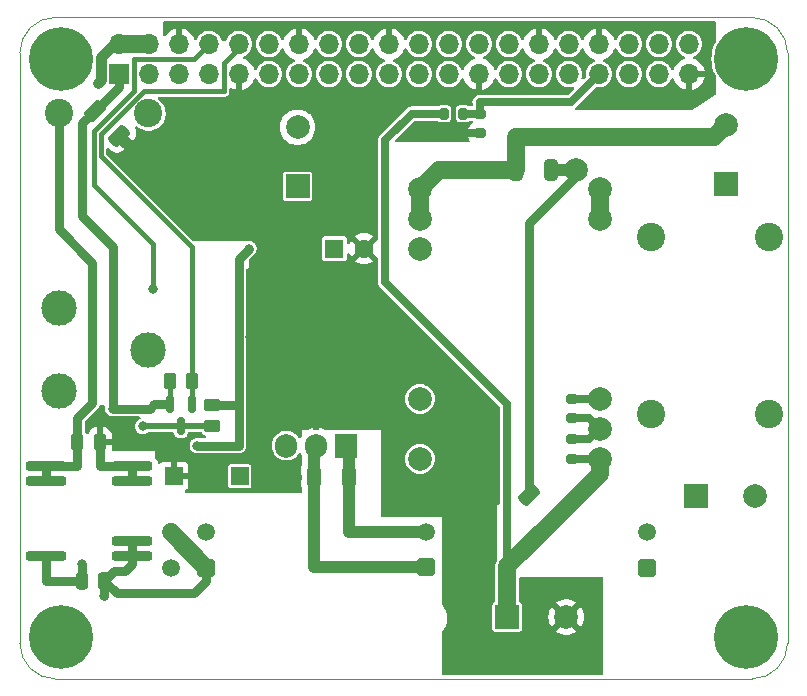
<source format=gbl>
G04 #@! TF.GenerationSoftware,KiCad,Pcbnew,7.0.6*
G04 #@! TF.CreationDate,2023-08-28T17:59:06+03:00*
G04 #@! TF.ProjectId,power_sheld,706f7765-725f-4736-9865-6c642e6b6963,rev?*
G04 #@! TF.SameCoordinates,Original*
G04 #@! TF.FileFunction,Copper,L2,Bot*
G04 #@! TF.FilePolarity,Positive*
%FSLAX46Y46*%
G04 Gerber Fmt 4.6, Leading zero omitted, Abs format (unit mm)*
G04 Created by KiCad (PCBNEW 7.0.6) date 2023-08-28 17:59:06*
%MOMM*%
%LPD*%
G01*
G04 APERTURE LIST*
G04 Aperture macros list*
%AMRoundRect*
0 Rectangle with rounded corners*
0 $1 Rounding radius*
0 $2 $3 $4 $5 $6 $7 $8 $9 X,Y pos of 4 corners*
0 Add a 4 corners polygon primitive as box body*
4,1,4,$2,$3,$4,$5,$6,$7,$8,$9,$2,$3,0*
0 Add four circle primitives for the rounded corners*
1,1,$1+$1,$2,$3*
1,1,$1+$1,$4,$5*
1,1,$1+$1,$6,$7*
1,1,$1+$1,$8,$9*
0 Add four rect primitives between the rounded corners*
20,1,$1+$1,$2,$3,$4,$5,0*
20,1,$1+$1,$4,$5,$6,$7,0*
20,1,$1+$1,$6,$7,$8,$9,0*
20,1,$1+$1,$8,$9,$2,$3,0*%
G04 Aperture macros list end*
G04 #@! TA.AperFunction,ComponentPad*
%ADD10C,0.800000*%
G04 #@! TD*
G04 #@! TA.AperFunction,ComponentPad*
%ADD11C,5.400000*%
G04 #@! TD*
G04 #@! TA.AperFunction,ComponentPad*
%ADD12R,2.000000X2.000000*%
G04 #@! TD*
G04 #@! TA.AperFunction,ComponentPad*
%ADD13C,2.000000*%
G04 #@! TD*
G04 #@! TA.AperFunction,ComponentPad*
%ADD14R,1.500000X1.500000*%
G04 #@! TD*
G04 #@! TA.AperFunction,ComponentPad*
%ADD15RoundRect,0.250001X0.499999X0.499999X-0.499999X0.499999X-0.499999X-0.499999X0.499999X-0.499999X0*%
G04 #@! TD*
G04 #@! TA.AperFunction,ComponentPad*
%ADD16C,1.500000*%
G04 #@! TD*
G04 #@! TA.AperFunction,ComponentPad*
%ADD17C,3.000000*%
G04 #@! TD*
G04 #@! TA.AperFunction,ComponentPad*
%ADD18C,2.400000*%
G04 #@! TD*
G04 #@! TA.AperFunction,ComponentPad*
%ADD19R,1.905000X2.000000*%
G04 #@! TD*
G04 #@! TA.AperFunction,ComponentPad*
%ADD20O,1.905000X2.000000*%
G04 #@! TD*
G04 #@! TA.AperFunction,ComponentPad*
%ADD21R,1.600000X1.600000*%
G04 #@! TD*
G04 #@! TA.AperFunction,ComponentPad*
%ADD22C,1.600000*%
G04 #@! TD*
G04 #@! TA.AperFunction,ComponentPad*
%ADD23R,1.700000X1.700000*%
G04 #@! TD*
G04 #@! TA.AperFunction,ComponentPad*
%ADD24O,1.700000X1.700000*%
G04 #@! TD*
G04 #@! TA.AperFunction,SMDPad,CuDef*
%ADD25RoundRect,0.200000X0.200000X0.275000X-0.200000X0.275000X-0.200000X-0.275000X0.200000X-0.275000X0*%
G04 #@! TD*
G04 #@! TA.AperFunction,SMDPad,CuDef*
%ADD26RoundRect,0.250000X0.689429X0.229810X0.229810X0.689429X-0.689429X-0.229810X-0.229810X-0.689429X0*%
G04 #@! TD*
G04 #@! TA.AperFunction,SMDPad,CuDef*
%ADD27RoundRect,0.200000X0.275000X-0.200000X0.275000X0.200000X-0.275000X0.200000X-0.275000X-0.200000X0*%
G04 #@! TD*
G04 #@! TA.AperFunction,SMDPad,CuDef*
%ADD28RoundRect,0.250000X0.325000X0.650000X-0.325000X0.650000X-0.325000X-0.650000X0.325000X-0.650000X0*%
G04 #@! TD*
G04 #@! TA.AperFunction,SMDPad,CuDef*
%ADD29RoundRect,0.250000X-0.250000X-0.475000X0.250000X-0.475000X0.250000X0.475000X-0.250000X0.475000X0*%
G04 #@! TD*
G04 #@! TA.AperFunction,SMDPad,CuDef*
%ADD30RoundRect,0.150000X-0.150000X0.587500X-0.150000X-0.587500X0.150000X-0.587500X0.150000X0.587500X0*%
G04 #@! TD*
G04 #@! TA.AperFunction,SMDPad,CuDef*
%ADD31RoundRect,0.250000X-0.325000X-0.650000X0.325000X-0.650000X0.325000X0.650000X-0.325000X0.650000X0*%
G04 #@! TD*
G04 #@! TA.AperFunction,SMDPad,CuDef*
%ADD32RoundRect,0.200000X-1.500000X0.200000X-1.500000X-0.200000X1.500000X-0.200000X1.500000X0.200000X0*%
G04 #@! TD*
G04 #@! TA.AperFunction,SMDPad,CuDef*
%ADD33RoundRect,0.250000X-0.450000X0.262500X-0.450000X-0.262500X0.450000X-0.262500X0.450000X0.262500X0*%
G04 #@! TD*
G04 #@! TA.AperFunction,SMDPad,CuDef*
%ADD34RoundRect,0.250000X-0.262500X-0.450000X0.262500X-0.450000X0.262500X0.450000X-0.262500X0.450000X0*%
G04 #@! TD*
G04 #@! TA.AperFunction,SMDPad,CuDef*
%ADD35RoundRect,0.200000X-0.275000X0.200000X-0.275000X-0.200000X0.275000X-0.200000X0.275000X0.200000X0*%
G04 #@! TD*
G04 #@! TA.AperFunction,ViaPad*
%ADD36C,0.800000*%
G04 #@! TD*
G04 #@! TA.AperFunction,Conductor*
%ADD37C,0.400000*%
G04 #@! TD*
G04 #@! TA.AperFunction,Conductor*
%ADD38C,1.500000*%
G04 #@! TD*
G04 #@! TA.AperFunction,Conductor*
%ADD39C,0.800000*%
G04 #@! TD*
G04 #@! TA.AperFunction,Conductor*
%ADD40C,1.000000*%
G04 #@! TD*
G04 #@! TA.AperFunction,Conductor*
%ADD41C,0.700000*%
G04 #@! TD*
G04 #@! TA.AperFunction,Conductor*
%ADD42C,0.900000*%
G04 #@! TD*
G04 #@! TA.AperFunction,Conductor*
%ADD43C,0.500000*%
G04 #@! TD*
G04 #@! TA.AperFunction,Profile*
%ADD44C,0.100000*%
G04 #@! TD*
G04 APERTURE END LIST*
D10*
X171543109Y-72068109D03*
X172136218Y-70636218D03*
X172136218Y-73500000D03*
X173568109Y-70043109D03*
D11*
X173568109Y-72068109D03*
D10*
X173568109Y-74093109D03*
X175000000Y-70636218D03*
X175000000Y-73500000D03*
X175593109Y-72068109D03*
D12*
X135580000Y-82867677D03*
D13*
X135580000Y-77867677D03*
D14*
X130670000Y-107420000D03*
D10*
X171543109Y-121068109D03*
X172136218Y-119636218D03*
X172136218Y-122500000D03*
X173568109Y-119043109D03*
D11*
X173568109Y-121068109D03*
D10*
X173568109Y-123093109D03*
X175000000Y-119636218D03*
X175000000Y-122500000D03*
X175593109Y-121068109D03*
D14*
X125090000Y-107420000D03*
D12*
X171840000Y-82700000D03*
D13*
X171840000Y-77700000D03*
X145950000Y-83090000D03*
X145950000Y-85630000D03*
X145950000Y-88170000D03*
X145950000Y-100870000D03*
X145950000Y-105950000D03*
X161190000Y-105950000D03*
X161190000Y-103410000D03*
X161190000Y-100870000D03*
X161190000Y-85630000D03*
X161190000Y-83090000D03*
X159200000Y-81470000D03*
D15*
X146500000Y-115115000D03*
D16*
X146500000Y-112115000D03*
D12*
X169340000Y-109100000D03*
D13*
X174340000Y-109100000D03*
D12*
X153327677Y-119320000D03*
D13*
X158327677Y-119320000D03*
D17*
X122960000Y-96700000D03*
D18*
X122960000Y-76700000D03*
D17*
X115360000Y-100200000D03*
X115360000Y-93200000D03*
D18*
X115360000Y-76700000D03*
D15*
X165170000Y-115160000D03*
D16*
X165170000Y-112160000D03*
D19*
X139710000Y-104820000D03*
D20*
X137170000Y-104820000D03*
X134630000Y-104820000D03*
D18*
X165470000Y-102150000D03*
X175470000Y-102150000D03*
X175470000Y-87150000D03*
X165470000Y-87150000D03*
D15*
X127830000Y-115165000D03*
D16*
X124830000Y-115165000D03*
X127830000Y-112165000D03*
X124830000Y-112165000D03*
D10*
X113543109Y-72068109D03*
X114136218Y-70636218D03*
X114136218Y-73500000D03*
X115568109Y-70043109D03*
D11*
X115568109Y-72068109D03*
D10*
X115568109Y-74093109D03*
X117000000Y-70636218D03*
X117000000Y-73500000D03*
X117593109Y-72068109D03*
X113543109Y-121068109D03*
X114136218Y-119636218D03*
X114136218Y-122500000D03*
X115568109Y-119043109D03*
D11*
X115568109Y-121068109D03*
D10*
X115568109Y-123093109D03*
X117000000Y-119636218D03*
X117000000Y-122500000D03*
X117593109Y-121068109D03*
D21*
X138707621Y-88140000D03*
D22*
X141207621Y-88140000D03*
D23*
X120468109Y-73358109D03*
D24*
X120468109Y-70818109D03*
X123008109Y-73358109D03*
X123008109Y-70818109D03*
X125548109Y-73358109D03*
X125548109Y-70818109D03*
X128088109Y-73358109D03*
X128088109Y-70818109D03*
X130628109Y-73358109D03*
X130628109Y-70818109D03*
X133168109Y-73358109D03*
X133168109Y-70818109D03*
X135708109Y-73358109D03*
X135708109Y-70818109D03*
X138248109Y-73358109D03*
X138248109Y-70818109D03*
X140788109Y-73358109D03*
X140788109Y-70818109D03*
X143328109Y-73358109D03*
X143328109Y-70818109D03*
X145868109Y-73358109D03*
X145868109Y-70818109D03*
X148408109Y-73358109D03*
X148408109Y-70818109D03*
X150948109Y-73358109D03*
X150948109Y-70818109D03*
X153488109Y-73358109D03*
X153488109Y-70818109D03*
X156028109Y-73358109D03*
X156028109Y-70818109D03*
X158568109Y-73358109D03*
X158568109Y-70818109D03*
X161108109Y-73358109D03*
X161108109Y-70818109D03*
X163648109Y-73358109D03*
X163648109Y-70818109D03*
X166188109Y-73358109D03*
X166188109Y-70818109D03*
X168728109Y-73358109D03*
X168728109Y-70818109D03*
D25*
X149615000Y-76707500D03*
X147965000Y-76707500D03*
D26*
X120500000Y-78580000D03*
X118414034Y-76494034D03*
D27*
X158850000Y-105950000D03*
X158850000Y-104300000D03*
D28*
X139915000Y-107470000D03*
X136965000Y-107470000D03*
D29*
X117330000Y-116260000D03*
X119230000Y-116260000D03*
D26*
X157258839Y-111121162D03*
X155172873Y-109035196D03*
D30*
X124760000Y-101320000D03*
X126660000Y-101320000D03*
X125710000Y-103195000D03*
D31*
X154115000Y-81470000D03*
X157065000Y-81470000D03*
D32*
X121550000Y-106570000D03*
X121550000Y-107840000D03*
X121550000Y-112920000D03*
X121550000Y-114190000D03*
X114250000Y-114190000D03*
X114250000Y-107840000D03*
X114250000Y-106570000D03*
D27*
X158850000Y-102520000D03*
X158850000Y-100870000D03*
D33*
X128360000Y-101365000D03*
X128360000Y-103190000D03*
D34*
X124797500Y-99387500D03*
X126622500Y-99387500D03*
D35*
X151000000Y-76707500D03*
X151000000Y-78357500D03*
D29*
X116950000Y-104500000D03*
X118850000Y-104500000D03*
D36*
X134860000Y-95865000D03*
X134270000Y-94215000D03*
X125920000Y-79950000D03*
X143400000Y-76730000D03*
X127920000Y-78950000D03*
X148898749Y-78357500D03*
X126920000Y-79950000D03*
X127920000Y-79950000D03*
X126920000Y-78950000D03*
X123570000Y-104600000D03*
X131590000Y-95630000D03*
X125920000Y-78950000D03*
X118668109Y-74090000D03*
X131470000Y-88140000D03*
X127090000Y-104820000D03*
X119930000Y-101700000D03*
X117330000Y-114860000D03*
X119230000Y-117580000D03*
X123376250Y-91540000D03*
X122465000Y-103195000D03*
D37*
X123376250Y-87786250D02*
X123376250Y-91540000D01*
X118330000Y-78218730D02*
X118330000Y-82740000D01*
X121740000Y-74808730D02*
X118330000Y-78218730D01*
X126816218Y-72090000D02*
X121740000Y-72090000D01*
X121740000Y-72090000D02*
X121740000Y-74808730D01*
X118330000Y-82740000D02*
X123376250Y-87786250D01*
X128088109Y-70818109D02*
X126816218Y-72090000D01*
D38*
X161190000Y-83090000D02*
X161190000Y-85630000D01*
X154115000Y-78730000D02*
X170810000Y-78730000D01*
X147570000Y-81470000D02*
X145950000Y-83090000D01*
X154115000Y-81470000D02*
X147570000Y-81470000D01*
X170810000Y-78730000D02*
X171840000Y-77700000D01*
X145950000Y-83090000D02*
X145950000Y-85630000D01*
X154115000Y-81470000D02*
X154115000Y-78730000D01*
D39*
X155172873Y-85987127D02*
X159200000Y-81960000D01*
D40*
X157065000Y-81470000D02*
X159200000Y-81470000D01*
D39*
X155172873Y-109035196D02*
X155172873Y-85987127D01*
X159200000Y-81960000D02*
X159200000Y-81470000D01*
D41*
X158850000Y-105950000D02*
X161190000Y-105950000D01*
X153327677Y-115052323D02*
X153327677Y-101327677D01*
D38*
X157258839Y-111121162D02*
X161190000Y-107190001D01*
D41*
X153327677Y-101327677D02*
X142980000Y-90980000D01*
D38*
X161190000Y-107190001D02*
X161190000Y-105950000D01*
D41*
X145252500Y-76707500D02*
X147965000Y-76707500D01*
D38*
X153327677Y-115052323D02*
X153327677Y-119320000D01*
X157258839Y-111121162D02*
X153327677Y-115052323D01*
D41*
X142980000Y-78980000D02*
X145252500Y-76707500D01*
X142980000Y-90980000D02*
X142980000Y-78980000D01*
D40*
X121870000Y-79950000D02*
X120500000Y-78580000D01*
D39*
X118850000Y-106570000D02*
X121550000Y-106570000D01*
D40*
X136965000Y-107470000D02*
X136965000Y-105025000D01*
X125920000Y-79950000D02*
X125920000Y-78950000D01*
X125920000Y-79950000D02*
X121870000Y-79950000D01*
D39*
X121550000Y-107840000D02*
X121550000Y-106570000D01*
D40*
X125920000Y-78950000D02*
X127920000Y-78950000D01*
D41*
X151000000Y-78357500D02*
X148898749Y-78357500D01*
D40*
X127920000Y-79950000D02*
X127920000Y-78950000D01*
D39*
X118850000Y-104500000D02*
X118850000Y-106570000D01*
D40*
X127920000Y-79950000D02*
X125920000Y-79950000D01*
X136965000Y-105025000D02*
X137170000Y-104820000D01*
X136965000Y-115115000D02*
X136965000Y-107470000D01*
X146500000Y-115115000D02*
X136965000Y-115115000D01*
D41*
X158850000Y-100870000D02*
X161190000Y-100870000D01*
D40*
X139915000Y-105025000D02*
X139710000Y-104820000D01*
X139915000Y-112115000D02*
X139915000Y-107470000D01*
X146500000Y-112115000D02*
X139915000Y-112115000D01*
X139915000Y-107470000D02*
X139915000Y-105025000D01*
D42*
X118918109Y-73840000D02*
X118668109Y-74090000D01*
X118918109Y-71908109D02*
X118918109Y-73840000D01*
D39*
X114250000Y-107840000D02*
X114250000Y-106570000D01*
D38*
X120468109Y-70818109D02*
X123008109Y-70818109D01*
D39*
X116950000Y-102460000D02*
X118210000Y-101200000D01*
X130590000Y-89020000D02*
X131470000Y-88140000D01*
X118210000Y-89340000D02*
X115360000Y-86490000D01*
X130590000Y-104820000D02*
X130590000Y-101365000D01*
X128360000Y-101365000D02*
X129870000Y-101365000D01*
X116950000Y-106570000D02*
X116950000Y-104500000D01*
X114250000Y-106570000D02*
X116950000Y-106570000D01*
X130590000Y-101365000D02*
X130590000Y-89020000D01*
X116950000Y-104500000D02*
X116950000Y-102460000D01*
X118210000Y-101200000D02*
X118210000Y-89340000D01*
D42*
X120008109Y-70818109D02*
X118918109Y-71908109D01*
D39*
X115360000Y-86490000D02*
X115360000Y-76700000D01*
D42*
X120468109Y-70818109D02*
X120008109Y-70818109D01*
D39*
X127090000Y-104820000D02*
X130590000Y-104820000D01*
X129870000Y-101365000D02*
X130590000Y-101365000D01*
X123090000Y-101700000D02*
X119930000Y-101700000D01*
X118414034Y-76494034D02*
X117360026Y-77548042D01*
X124460000Y-101320000D02*
X123470000Y-101320000D01*
D37*
X124760000Y-99425000D02*
X124797500Y-99387500D01*
D39*
X123470000Y-101320000D02*
X123090000Y-101700000D01*
X119930000Y-87990000D02*
X119930000Y-101700000D01*
X120468109Y-74439959D02*
X118414034Y-76494034D01*
X117360026Y-77548042D02*
X117360026Y-85420026D01*
X117360026Y-85420026D02*
X119930000Y-87990000D01*
D37*
X124760000Y-101320000D02*
X124760000Y-99425000D01*
D43*
X124760000Y-101320000D02*
X124460000Y-101320000D01*
D39*
X120468109Y-73358109D02*
X120468109Y-74439959D01*
X117330000Y-114860000D02*
X117330000Y-116260000D01*
X114250000Y-116260000D02*
X114250000Y-114190000D01*
X117330000Y-116260000D02*
X114250000Y-116260000D01*
D38*
X124830000Y-112165000D02*
X127830000Y-115165000D01*
D39*
X120305000Y-117335000D02*
X119230000Y-116260000D01*
X119230000Y-116260000D02*
X120040000Y-115450000D01*
X119230000Y-116260000D02*
X119230000Y-117580000D01*
X121550000Y-114840000D02*
X121550000Y-114190000D01*
X120040000Y-115450000D02*
X120940000Y-115450000D01*
X120940000Y-115450000D02*
X121550000Y-114840000D01*
X127830000Y-115165000D02*
X127830000Y-116320000D01*
X127830000Y-116320000D02*
X126815000Y-117335000D01*
X126815000Y-117335000D02*
X120305000Y-117335000D01*
X121550000Y-114190000D02*
X121550000Y-112920000D01*
D37*
X118930000Y-80331472D02*
X126622500Y-88023972D01*
X126622500Y-88023972D02*
X126622500Y-99387500D01*
X118930000Y-78467258D02*
X118930000Y-80331472D01*
X122557258Y-74840000D02*
X118930000Y-78467258D01*
X126660000Y-101320000D02*
X126660000Y-99425000D01*
X129360000Y-72400000D02*
X129360000Y-74840000D01*
X129360000Y-74840000D02*
X122557258Y-74840000D01*
X130628109Y-71131891D02*
X129360000Y-72400000D01*
X126660000Y-99425000D02*
X126622500Y-99387500D01*
X130628109Y-70818109D02*
X130628109Y-71131891D01*
D41*
X149615000Y-76707500D02*
X151000000Y-76707500D01*
X158706218Y-75760000D02*
X161108109Y-73358109D01*
X151000000Y-75760000D02*
X158706218Y-75760000D01*
X151000000Y-76707500D02*
X151000000Y-75760000D01*
D43*
X128360000Y-103190000D02*
X125715000Y-103190000D01*
X122465000Y-103195000D02*
X125710000Y-103195000D01*
X125715000Y-103190000D02*
X125710000Y-103195000D01*
D41*
X160300000Y-102520000D02*
X161190000Y-103410000D01*
X158850000Y-104300000D02*
X160300000Y-104300000D01*
X160300000Y-104300000D02*
X161190000Y-103410000D01*
X158850000Y-102520000D02*
X160300000Y-102520000D01*
G04 #@! TA.AperFunction,Conductor*
G36*
X170963039Y-68887794D02*
G01*
X171008794Y-68940598D01*
X171020000Y-68992109D01*
X171020000Y-70547338D01*
X171003387Y-70609338D01*
X170926980Y-70741678D01*
X170926974Y-70741691D01*
X170790846Y-71057268D01*
X170692275Y-71386520D01*
X170692272Y-71386533D01*
X170632594Y-71724984D01*
X170632593Y-71724995D01*
X170612609Y-72068105D01*
X170612609Y-72068112D01*
X170632593Y-72411222D01*
X170632594Y-72411233D01*
X170692272Y-72749684D01*
X170692275Y-72749697D01*
X170790846Y-73078949D01*
X170926976Y-73394532D01*
X170926978Y-73394535D01*
X171003387Y-73526879D01*
X171020000Y-73588878D01*
X171020000Y-75060775D01*
X171000315Y-75127814D01*
X170961074Y-75166328D01*
X169638016Y-75982000D01*
X168995306Y-76378234D01*
X168989922Y-76381553D01*
X168924848Y-76400000D01*
X159222145Y-76400000D01*
X159155106Y-76380315D01*
X159109351Y-76327511D01*
X159099407Y-76258353D01*
X159128432Y-76194797D01*
X159134456Y-76188326D01*
X159134495Y-76188285D01*
X159134500Y-76188282D01*
X159156201Y-76159999D01*
X159161529Y-76153922D01*
X160834139Y-74481312D01*
X160895460Y-74447829D01*
X160944602Y-74447107D01*
X161006133Y-74458609D01*
X161006134Y-74458609D01*
X161210083Y-74458609D01*
X161210085Y-74458609D01*
X161410565Y-74421133D01*
X161600746Y-74347457D01*
X161774150Y-74240090D01*
X161924873Y-74102688D01*
X162047782Y-73939930D01*
X162138691Y-73757359D01*
X162194506Y-73561192D01*
X162213324Y-73358109D01*
X162542894Y-73358109D01*
X162561711Y-73561191D01*
X162617526Y-73757356D01*
X162617531Y-73757369D01*
X162708436Y-73939930D01*
X162831346Y-74102690D01*
X162982067Y-74240089D01*
X162982069Y-74240091D01*
X163081250Y-74301501D01*
X163155472Y-74347457D01*
X163345653Y-74421133D01*
X163546133Y-74458609D01*
X163546135Y-74458609D01*
X163750083Y-74458609D01*
X163750085Y-74458609D01*
X163950565Y-74421133D01*
X164140746Y-74347457D01*
X164314150Y-74240090D01*
X164464873Y-74102688D01*
X164587782Y-73939930D01*
X164678691Y-73757359D01*
X164734506Y-73561192D01*
X164753324Y-73358109D01*
X165082894Y-73358109D01*
X165101711Y-73561191D01*
X165157526Y-73757356D01*
X165157531Y-73757369D01*
X165248436Y-73939930D01*
X165371346Y-74102690D01*
X165522067Y-74240089D01*
X165522069Y-74240091D01*
X165621250Y-74301501D01*
X165695472Y-74347457D01*
X165885653Y-74421133D01*
X166086133Y-74458609D01*
X166086135Y-74458609D01*
X166290083Y-74458609D01*
X166290085Y-74458609D01*
X166490565Y-74421133D01*
X166680746Y-74347457D01*
X166854150Y-74240090D01*
X167004873Y-74102688D01*
X167127782Y-73939930D01*
X167191010Y-73812950D01*
X167214926Y-73764921D01*
X167262428Y-73713684D01*
X167330091Y-73696262D01*
X167396432Y-73718187D01*
X167440387Y-73772498D01*
X167445701Y-73788098D01*
X167454676Y-73821594D01*
X167454679Y-73821601D01*
X167554508Y-74035687D01*
X167690003Y-74229191D01*
X167857026Y-74396214D01*
X168050530Y-74531709D01*
X168264616Y-74631538D01*
X168264625Y-74631542D01*
X168478109Y-74688743D01*
X168478109Y-73793610D01*
X168585794Y-73842789D01*
X168692346Y-73858109D01*
X168763872Y-73858109D01*
X168870424Y-73842789D01*
X168978109Y-73793610D01*
X168978109Y-74688742D01*
X169191592Y-74631542D01*
X169191601Y-74631538D01*
X169405687Y-74531709D01*
X169599191Y-74396214D01*
X169766214Y-74229191D01*
X169901709Y-74035687D01*
X170001538Y-73821601D01*
X170001541Y-73821595D01*
X170058745Y-73608109D01*
X169161795Y-73608109D01*
X169187602Y-73567953D01*
X169228109Y-73429998D01*
X169228109Y-73286220D01*
X169187602Y-73148265D01*
X169161795Y-73108109D01*
X170058745Y-73108109D01*
X170058744Y-73108108D01*
X170001541Y-72894622D01*
X170001538Y-72894616D01*
X169901709Y-72680531D01*
X169901708Y-72680529D01*
X169766222Y-72487035D01*
X169766217Y-72487029D01*
X169599191Y-72320003D01*
X169405687Y-72184508D01*
X169191601Y-72084679D01*
X169191586Y-72084673D01*
X169152523Y-72074206D01*
X169092863Y-72037841D01*
X169062335Y-71974994D01*
X169070630Y-71905618D01*
X169115116Y-71851741D01*
X169139819Y-71838807D01*
X169220746Y-71807457D01*
X169394150Y-71700090D01*
X169538378Y-71568609D01*
X169544871Y-71562690D01*
X169550276Y-71555533D01*
X169667782Y-71399930D01*
X169758691Y-71217359D01*
X169814506Y-71021192D01*
X169833324Y-70818109D01*
X169814506Y-70615026D01*
X169758691Y-70418859D01*
X169743383Y-70388117D01*
X169708524Y-70318109D01*
X169667782Y-70236288D01*
X169544873Y-70073530D01*
X169544871Y-70073527D01*
X169394150Y-69936128D01*
X169394148Y-69936126D01*
X169220751Y-69828764D01*
X169220744Y-69828760D01*
X169094878Y-69780000D01*
X169030565Y-69755085D01*
X168830085Y-69717609D01*
X168626133Y-69717609D01*
X168425653Y-69755085D01*
X168425650Y-69755085D01*
X168425650Y-69755086D01*
X168235473Y-69828760D01*
X168235466Y-69828764D01*
X168062069Y-69936126D01*
X168062067Y-69936128D01*
X167911346Y-70073527D01*
X167788436Y-70236287D01*
X167697531Y-70418848D01*
X167697526Y-70418861D01*
X167641711Y-70615026D01*
X167622894Y-70818108D01*
X167622894Y-70818109D01*
X167641711Y-71021191D01*
X167697526Y-71217356D01*
X167697531Y-71217369D01*
X167788436Y-71399930D01*
X167911346Y-71562690D01*
X168062067Y-71700089D01*
X168062069Y-71700091D01*
X168161250Y-71761501D01*
X168235472Y-71807457D01*
X168316392Y-71838805D01*
X168371794Y-71881378D01*
X168395385Y-71947144D01*
X168379674Y-72015225D01*
X168329651Y-72064004D01*
X168303695Y-72074206D01*
X168264628Y-72084674D01*
X168264616Y-72084679D01*
X168050531Y-72184508D01*
X168050529Y-72184509D01*
X167857035Y-72319995D01*
X167857029Y-72320000D01*
X167690000Y-72487029D01*
X167689995Y-72487035D01*
X167554509Y-72680529D01*
X167554508Y-72680531D01*
X167454679Y-72894616D01*
X167454677Y-72894620D01*
X167445701Y-72928120D01*
X167409335Y-72987780D01*
X167346488Y-73018308D01*
X167277112Y-73010013D01*
X167223235Y-72965527D01*
X167214926Y-72951297D01*
X167168524Y-72858109D01*
X167127782Y-72776288D01*
X167050436Y-72673865D01*
X167004871Y-72613527D01*
X166854150Y-72476128D01*
X166854148Y-72476126D01*
X166680751Y-72368764D01*
X166680744Y-72368760D01*
X166554878Y-72320000D01*
X166490565Y-72295085D01*
X166290085Y-72257609D01*
X166086133Y-72257609D01*
X165885653Y-72295085D01*
X165885650Y-72295085D01*
X165885650Y-72295086D01*
X165695473Y-72368760D01*
X165695466Y-72368764D01*
X165522069Y-72476126D01*
X165522067Y-72476128D01*
X165371346Y-72613527D01*
X165248436Y-72776287D01*
X165157531Y-72958848D01*
X165157526Y-72958861D01*
X165101711Y-73155026D01*
X165082894Y-73358108D01*
X165082894Y-73358109D01*
X164753324Y-73358109D01*
X164734506Y-73155026D01*
X164678691Y-72958859D01*
X164663383Y-72928117D01*
X164628524Y-72858109D01*
X164587782Y-72776288D01*
X164510436Y-72673865D01*
X164464871Y-72613527D01*
X164314150Y-72476128D01*
X164314148Y-72476126D01*
X164140751Y-72368764D01*
X164140744Y-72368760D01*
X164014878Y-72320000D01*
X163950565Y-72295085D01*
X163750085Y-72257609D01*
X163546133Y-72257609D01*
X163345653Y-72295085D01*
X163345650Y-72295085D01*
X163345650Y-72295086D01*
X163155473Y-72368760D01*
X163155466Y-72368764D01*
X162982069Y-72476126D01*
X162982067Y-72476128D01*
X162831346Y-72613527D01*
X162708436Y-72776287D01*
X162617531Y-72958848D01*
X162617526Y-72958861D01*
X162561711Y-73155026D01*
X162542894Y-73358108D01*
X162542894Y-73358109D01*
X162213324Y-73358109D01*
X162194506Y-73155026D01*
X162138691Y-72958859D01*
X162123383Y-72928117D01*
X162088524Y-72858109D01*
X162047782Y-72776288D01*
X161970436Y-72673865D01*
X161924871Y-72613527D01*
X161774150Y-72476128D01*
X161774148Y-72476126D01*
X161600751Y-72368764D01*
X161600744Y-72368760D01*
X161519824Y-72337412D01*
X161464422Y-72294839D01*
X161440832Y-72229072D01*
X161456543Y-72160992D01*
X161506567Y-72112213D01*
X161532526Y-72102010D01*
X161571590Y-72091543D01*
X161571601Y-72091538D01*
X161785687Y-71991709D01*
X161979191Y-71856214D01*
X162146214Y-71689191D01*
X162281709Y-71495687D01*
X162381538Y-71281601D01*
X162381540Y-71281598D01*
X162390515Y-71248101D01*
X162426879Y-71188440D01*
X162489725Y-71157909D01*
X162559101Y-71166203D01*
X162612980Y-71210687D01*
X162621291Y-71224920D01*
X162708436Y-71399930D01*
X162831346Y-71562690D01*
X162982067Y-71700089D01*
X162982069Y-71700091D01*
X163081250Y-71761501D01*
X163155472Y-71807457D01*
X163345653Y-71881133D01*
X163546133Y-71918609D01*
X163546135Y-71918609D01*
X163750083Y-71918609D01*
X163750085Y-71918609D01*
X163950565Y-71881133D01*
X164140746Y-71807457D01*
X164314150Y-71700090D01*
X164458378Y-71568609D01*
X164464871Y-71562690D01*
X164470276Y-71555533D01*
X164587782Y-71399930D01*
X164678691Y-71217359D01*
X164734506Y-71021192D01*
X164753324Y-70818109D01*
X165082894Y-70818109D01*
X165101711Y-71021191D01*
X165157526Y-71217356D01*
X165157531Y-71217369D01*
X165248436Y-71399930D01*
X165371346Y-71562690D01*
X165522067Y-71700089D01*
X165522069Y-71700091D01*
X165621250Y-71761501D01*
X165695472Y-71807457D01*
X165885653Y-71881133D01*
X166086133Y-71918609D01*
X166086135Y-71918609D01*
X166290083Y-71918609D01*
X166290085Y-71918609D01*
X166490565Y-71881133D01*
X166680746Y-71807457D01*
X166854150Y-71700090D01*
X166998378Y-71568609D01*
X167004871Y-71562690D01*
X167010276Y-71555533D01*
X167127782Y-71399930D01*
X167218691Y-71217359D01*
X167274506Y-71021192D01*
X167293324Y-70818109D01*
X167274506Y-70615026D01*
X167218691Y-70418859D01*
X167203383Y-70388117D01*
X167168524Y-70318109D01*
X167127782Y-70236288D01*
X167004873Y-70073530D01*
X167004871Y-70073527D01*
X166854150Y-69936128D01*
X166854148Y-69936126D01*
X166680751Y-69828764D01*
X166680744Y-69828760D01*
X166554878Y-69780000D01*
X166490565Y-69755085D01*
X166290085Y-69717609D01*
X166086133Y-69717609D01*
X165885653Y-69755085D01*
X165885650Y-69755085D01*
X165885650Y-69755086D01*
X165695473Y-69828760D01*
X165695466Y-69828764D01*
X165522069Y-69936126D01*
X165522067Y-69936128D01*
X165371346Y-70073527D01*
X165248436Y-70236287D01*
X165157531Y-70418848D01*
X165157526Y-70418861D01*
X165101711Y-70615026D01*
X165082894Y-70818108D01*
X165082894Y-70818109D01*
X164753324Y-70818109D01*
X164734506Y-70615026D01*
X164678691Y-70418859D01*
X164663383Y-70388117D01*
X164628524Y-70318109D01*
X164587782Y-70236288D01*
X164464873Y-70073530D01*
X164464871Y-70073527D01*
X164314150Y-69936128D01*
X164314148Y-69936126D01*
X164140751Y-69828764D01*
X164140744Y-69828760D01*
X164014878Y-69780000D01*
X163950565Y-69755085D01*
X163750085Y-69717609D01*
X163546133Y-69717609D01*
X163345653Y-69755085D01*
X163345650Y-69755085D01*
X163345650Y-69755086D01*
X163155473Y-69828760D01*
X163155466Y-69828764D01*
X162982069Y-69936126D01*
X162982067Y-69936128D01*
X162831346Y-70073527D01*
X162708436Y-70236287D01*
X162621291Y-70411297D01*
X162573788Y-70462534D01*
X162506125Y-70479955D01*
X162439785Y-70458029D01*
X162395830Y-70403718D01*
X162390516Y-70388117D01*
X162381543Y-70354627D01*
X162381538Y-70354616D01*
X162281709Y-70140531D01*
X162281708Y-70140529D01*
X162146222Y-69947035D01*
X162146217Y-69947029D01*
X161979191Y-69780003D01*
X161785687Y-69644508D01*
X161571601Y-69544679D01*
X161571595Y-69544676D01*
X161358109Y-69487473D01*
X161358109Y-70382607D01*
X161250424Y-70333429D01*
X161143872Y-70318109D01*
X161072346Y-70318109D01*
X160965794Y-70333429D01*
X160858109Y-70382607D01*
X160858109Y-69487473D01*
X160858108Y-69487473D01*
X160644622Y-69544676D01*
X160644616Y-69544679D01*
X160430531Y-69644508D01*
X160430529Y-69644509D01*
X160237035Y-69779995D01*
X160237029Y-69780000D01*
X160070000Y-69947029D01*
X160069995Y-69947035D01*
X159934509Y-70140529D01*
X159934508Y-70140531D01*
X159834679Y-70354616D01*
X159834677Y-70354620D01*
X159825701Y-70388120D01*
X159789335Y-70447780D01*
X159726488Y-70478308D01*
X159657112Y-70470013D01*
X159603235Y-70425527D01*
X159594926Y-70411297D01*
X159548524Y-70318109D01*
X159507782Y-70236288D01*
X159384873Y-70073530D01*
X159384871Y-70073527D01*
X159234150Y-69936128D01*
X159234148Y-69936126D01*
X159060751Y-69828764D01*
X159060744Y-69828760D01*
X158934878Y-69780000D01*
X158870565Y-69755085D01*
X158670085Y-69717609D01*
X158466133Y-69717609D01*
X158265653Y-69755085D01*
X158265650Y-69755085D01*
X158265650Y-69755086D01*
X158075473Y-69828760D01*
X158075466Y-69828764D01*
X157902069Y-69936126D01*
X157902067Y-69936128D01*
X157751346Y-70073527D01*
X157628436Y-70236287D01*
X157541291Y-70411297D01*
X157493788Y-70462534D01*
X157426125Y-70479955D01*
X157359785Y-70458029D01*
X157315830Y-70403718D01*
X157310516Y-70388117D01*
X157301543Y-70354627D01*
X157301538Y-70354616D01*
X157201709Y-70140531D01*
X157201708Y-70140529D01*
X157066222Y-69947035D01*
X157066217Y-69947029D01*
X156899191Y-69780003D01*
X156705687Y-69644508D01*
X156491601Y-69544679D01*
X156491595Y-69544676D01*
X156278109Y-69487473D01*
X156278109Y-70382607D01*
X156170424Y-70333429D01*
X156063872Y-70318109D01*
X155992346Y-70318109D01*
X155885794Y-70333429D01*
X155778109Y-70382607D01*
X155778109Y-69487473D01*
X155778108Y-69487473D01*
X155564622Y-69544676D01*
X155564616Y-69544679D01*
X155350531Y-69644508D01*
X155350529Y-69644509D01*
X155157035Y-69779995D01*
X155157029Y-69780000D01*
X154990000Y-69947029D01*
X154989995Y-69947035D01*
X154854509Y-70140529D01*
X154854508Y-70140531D01*
X154754679Y-70354616D01*
X154754677Y-70354620D01*
X154745701Y-70388120D01*
X154709335Y-70447780D01*
X154646488Y-70478308D01*
X154577112Y-70470013D01*
X154523235Y-70425527D01*
X154514926Y-70411297D01*
X154468524Y-70318109D01*
X154427782Y-70236288D01*
X154304873Y-70073530D01*
X154304871Y-70073527D01*
X154154150Y-69936128D01*
X154154148Y-69936126D01*
X153980751Y-69828764D01*
X153980744Y-69828760D01*
X153854878Y-69780000D01*
X153790565Y-69755085D01*
X153590085Y-69717609D01*
X153386133Y-69717609D01*
X153185653Y-69755085D01*
X153185650Y-69755085D01*
X153185650Y-69755086D01*
X152995473Y-69828760D01*
X152995466Y-69828764D01*
X152822069Y-69936126D01*
X152822067Y-69936128D01*
X152671346Y-70073527D01*
X152548436Y-70236287D01*
X152457531Y-70418848D01*
X152457526Y-70418861D01*
X152401711Y-70615026D01*
X152382894Y-70818108D01*
X152382894Y-70818109D01*
X152401711Y-71021191D01*
X152457526Y-71217356D01*
X152457531Y-71217369D01*
X152548436Y-71399930D01*
X152671346Y-71562690D01*
X152822067Y-71700089D01*
X152822069Y-71700091D01*
X152921250Y-71761501D01*
X152995472Y-71807457D01*
X153185653Y-71881133D01*
X153386133Y-71918609D01*
X153386135Y-71918609D01*
X153590083Y-71918609D01*
X153590085Y-71918609D01*
X153790565Y-71881133D01*
X153980746Y-71807457D01*
X154154150Y-71700090D01*
X154298378Y-71568609D01*
X154304871Y-71562690D01*
X154310276Y-71555533D01*
X154427782Y-71399930D01*
X154489707Y-71275565D01*
X154514926Y-71224921D01*
X154562428Y-71173684D01*
X154630091Y-71156262D01*
X154696432Y-71178187D01*
X154740387Y-71232498D01*
X154745701Y-71248098D01*
X154754676Y-71281594D01*
X154754679Y-71281601D01*
X154854508Y-71495687D01*
X154990003Y-71689191D01*
X155157026Y-71856214D01*
X155350530Y-71991709D01*
X155564616Y-72091538D01*
X155564625Y-72091542D01*
X155603692Y-72102010D01*
X155663353Y-72138375D01*
X155693882Y-72201222D01*
X155685588Y-72270597D01*
X155641102Y-72324475D01*
X155616393Y-72337411D01*
X155535482Y-72368756D01*
X155535466Y-72368764D01*
X155362069Y-72476126D01*
X155362067Y-72476128D01*
X155211346Y-72613527D01*
X155088436Y-72776287D01*
X154997531Y-72958848D01*
X154997526Y-72958861D01*
X154941711Y-73155026D01*
X154922894Y-73358108D01*
X154922894Y-73358109D01*
X154941711Y-73561191D01*
X154997526Y-73757356D01*
X154997531Y-73757369D01*
X155088436Y-73939930D01*
X155211346Y-74102690D01*
X155362067Y-74240089D01*
X155362069Y-74240091D01*
X155461250Y-74301501D01*
X155535472Y-74347457D01*
X155725653Y-74421133D01*
X155926133Y-74458609D01*
X155926135Y-74458609D01*
X156130083Y-74458609D01*
X156130085Y-74458609D01*
X156330565Y-74421133D01*
X156520746Y-74347457D01*
X156694150Y-74240090D01*
X156844873Y-74102688D01*
X156967782Y-73939930D01*
X157058691Y-73757359D01*
X157114506Y-73561192D01*
X157133324Y-73358109D01*
X157114506Y-73155026D01*
X157058691Y-72958859D01*
X157043383Y-72928117D01*
X157008524Y-72858109D01*
X156967782Y-72776288D01*
X156890436Y-72673865D01*
X156844871Y-72613527D01*
X156694150Y-72476128D01*
X156694148Y-72476126D01*
X156520751Y-72368764D01*
X156520744Y-72368760D01*
X156439824Y-72337412D01*
X156384422Y-72294839D01*
X156360832Y-72229072D01*
X156376543Y-72160992D01*
X156426567Y-72112213D01*
X156452526Y-72102010D01*
X156491590Y-72091543D01*
X156491601Y-72091538D01*
X156705687Y-71991709D01*
X156899191Y-71856214D01*
X157066214Y-71689191D01*
X157201709Y-71495687D01*
X157301538Y-71281601D01*
X157301540Y-71281598D01*
X157310515Y-71248101D01*
X157346879Y-71188440D01*
X157409725Y-71157909D01*
X157479101Y-71166203D01*
X157532980Y-71210687D01*
X157541291Y-71224920D01*
X157628436Y-71399930D01*
X157751346Y-71562690D01*
X157902067Y-71700089D01*
X157902069Y-71700091D01*
X158001250Y-71761501D01*
X158075472Y-71807457D01*
X158265653Y-71881133D01*
X158466133Y-71918609D01*
X158466135Y-71918609D01*
X158670083Y-71918609D01*
X158670085Y-71918609D01*
X158870565Y-71881133D01*
X159060746Y-71807457D01*
X159234150Y-71700090D01*
X159378378Y-71568609D01*
X159384871Y-71562690D01*
X159390276Y-71555533D01*
X159507782Y-71399930D01*
X159569707Y-71275565D01*
X159594926Y-71224921D01*
X159642428Y-71173684D01*
X159710091Y-71156262D01*
X159776432Y-71178187D01*
X159820387Y-71232498D01*
X159825701Y-71248098D01*
X159834676Y-71281594D01*
X159834679Y-71281601D01*
X159934508Y-71495687D01*
X160070003Y-71689191D01*
X160237026Y-71856214D01*
X160430530Y-71991709D01*
X160644616Y-72091538D01*
X160644625Y-72091542D01*
X160683692Y-72102010D01*
X160743353Y-72138375D01*
X160773882Y-72201222D01*
X160765588Y-72270597D01*
X160721102Y-72324475D01*
X160696393Y-72337411D01*
X160615482Y-72368756D01*
X160615466Y-72368764D01*
X160442069Y-72476126D01*
X160442067Y-72476128D01*
X160291346Y-72613527D01*
X160168436Y-72776287D01*
X160077531Y-72958848D01*
X160077526Y-72958861D01*
X160021711Y-73155026D01*
X160002894Y-73358108D01*
X160002894Y-73358109D01*
X160019231Y-73534418D01*
X160005816Y-73602988D01*
X159983441Y-73633540D01*
X159832532Y-73784449D01*
X159771209Y-73817934D01*
X159701517Y-73812950D01*
X159645584Y-73771078D01*
X159621167Y-73705614D01*
X159625584Y-73662840D01*
X159654506Y-73561192D01*
X159673324Y-73358109D01*
X159654506Y-73155026D01*
X159598691Y-72958859D01*
X159583383Y-72928117D01*
X159548524Y-72858109D01*
X159507782Y-72776288D01*
X159430436Y-72673865D01*
X159384871Y-72613527D01*
X159234150Y-72476128D01*
X159234148Y-72476126D01*
X159060751Y-72368764D01*
X159060744Y-72368760D01*
X158934878Y-72320000D01*
X158870565Y-72295085D01*
X158670085Y-72257609D01*
X158466133Y-72257609D01*
X158265653Y-72295085D01*
X158265650Y-72295085D01*
X158265650Y-72295086D01*
X158075473Y-72368760D01*
X158075466Y-72368764D01*
X157902069Y-72476126D01*
X157902067Y-72476128D01*
X157751346Y-72613527D01*
X157628436Y-72776287D01*
X157537531Y-72958848D01*
X157537526Y-72958861D01*
X157481711Y-73155026D01*
X157462894Y-73358108D01*
X157462894Y-73358109D01*
X157481711Y-73561191D01*
X157537526Y-73757356D01*
X157537531Y-73757369D01*
X157628436Y-73939930D01*
X157751346Y-74102690D01*
X157902067Y-74240089D01*
X157902069Y-74240091D01*
X158001250Y-74301501D01*
X158075472Y-74347457D01*
X158265653Y-74421133D01*
X158466133Y-74458609D01*
X158466135Y-74458609D01*
X158670083Y-74458609D01*
X158670085Y-74458609D01*
X158870565Y-74421133D01*
X158870568Y-74421131D01*
X158876200Y-74420079D01*
X158876659Y-74422538D01*
X158935788Y-74423003D01*
X158994267Y-74461239D01*
X159022791Y-74525021D01*
X159012304Y-74594099D01*
X158987599Y-74629383D01*
X158493802Y-75123181D01*
X158432479Y-75156666D01*
X158406121Y-75159500D01*
X151043428Y-75159500D01*
X151035329Y-75158969D01*
X151000000Y-75154318D01*
X150960639Y-75159500D01*
X150843239Y-75174955D01*
X150843237Y-75174956D01*
X150697160Y-75235463D01*
X150571718Y-75331718D01*
X150475463Y-75457160D01*
X150414956Y-75603237D01*
X150414955Y-75603239D01*
X150394318Y-75759998D01*
X150394318Y-75759999D01*
X150398969Y-75795326D01*
X150399500Y-75803428D01*
X150399500Y-75983000D01*
X150379815Y-76050039D01*
X150327011Y-76095794D01*
X150275500Y-76107000D01*
X150173413Y-76107000D01*
X150106374Y-76087315D01*
X150099798Y-76082783D01*
X150027882Y-76029707D01*
X150027880Y-76029706D01*
X149899700Y-75984853D01*
X149869270Y-75982000D01*
X149869266Y-75982000D01*
X149360734Y-75982000D01*
X149360730Y-75982000D01*
X149330300Y-75984853D01*
X149330298Y-75984853D01*
X149202119Y-76029706D01*
X149202117Y-76029707D01*
X149092850Y-76110350D01*
X149012207Y-76219617D01*
X149012206Y-76219619D01*
X148967353Y-76347798D01*
X148967353Y-76347800D01*
X148964500Y-76378230D01*
X148964500Y-77036769D01*
X148967353Y-77067199D01*
X148967353Y-77067201D01*
X149004231Y-77172589D01*
X149012207Y-77195382D01*
X149092850Y-77304650D01*
X149202118Y-77385293D01*
X149223369Y-77392729D01*
X149330299Y-77430146D01*
X149360730Y-77433000D01*
X149360734Y-77433000D01*
X149869270Y-77433000D01*
X149899699Y-77430146D01*
X149899701Y-77430146D01*
X149963790Y-77407719D01*
X150027882Y-77385293D01*
X150099781Y-77332229D01*
X150165408Y-77308259D01*
X150173413Y-77308000D01*
X150332355Y-77308000D01*
X150399394Y-77327685D01*
X150445149Y-77380489D01*
X150455093Y-77449647D01*
X150426068Y-77513203D01*
X150396505Y-77538117D01*
X150290122Y-77602427D01*
X150169927Y-77722622D01*
X150081980Y-77868104D01*
X150031409Y-78030393D01*
X150025000Y-78100927D01*
X150025000Y-78107500D01*
X151126000Y-78107500D01*
X151193039Y-78127185D01*
X151238794Y-78179989D01*
X151250000Y-78231500D01*
X151250000Y-78483500D01*
X151230315Y-78550539D01*
X151177511Y-78596294D01*
X151126000Y-78607500D01*
X150025001Y-78607500D01*
X150025001Y-78614082D01*
X150031408Y-78684602D01*
X150031409Y-78684607D01*
X150081981Y-78846896D01*
X150139383Y-78941850D01*
X150157219Y-79009404D01*
X150135702Y-79075878D01*
X150081662Y-79120166D01*
X150033266Y-79130000D01*
X143978597Y-79130000D01*
X143911558Y-79110315D01*
X143865803Y-79057511D01*
X143855859Y-78988353D01*
X143884884Y-78924797D01*
X143890916Y-78918319D01*
X145464916Y-77344319D01*
X145526239Y-77310834D01*
X145552597Y-77308000D01*
X147406587Y-77308000D01*
X147473626Y-77327685D01*
X147480201Y-77332216D01*
X147552118Y-77385293D01*
X147573369Y-77392729D01*
X147680299Y-77430146D01*
X147710730Y-77433000D01*
X147710734Y-77433000D01*
X148219270Y-77433000D01*
X148249699Y-77430146D01*
X148249701Y-77430146D01*
X148313790Y-77407719D01*
X148377882Y-77385293D01*
X148487150Y-77304650D01*
X148567793Y-77195382D01*
X148594037Y-77120382D01*
X148612646Y-77067201D01*
X148612646Y-77067199D01*
X148615500Y-77036769D01*
X148615500Y-76378230D01*
X148612646Y-76347800D01*
X148612646Y-76347798D01*
X148579006Y-76251663D01*
X148567793Y-76219618D01*
X148487150Y-76110350D01*
X148377882Y-76029707D01*
X148377880Y-76029706D01*
X148249700Y-75984853D01*
X148219270Y-75982000D01*
X148219266Y-75982000D01*
X147710734Y-75982000D01*
X147710730Y-75982000D01*
X147680300Y-75984853D01*
X147680298Y-75984853D01*
X147552119Y-76029706D01*
X147552117Y-76029707D01*
X147524569Y-76050039D01*
X147480218Y-76082770D01*
X147414592Y-76106741D01*
X147406587Y-76107000D01*
X145295928Y-76107000D01*
X145287829Y-76106469D01*
X145252500Y-76101818D01*
X145213139Y-76107000D01*
X145095739Y-76122455D01*
X145095737Y-76122456D01*
X144949657Y-76182964D01*
X144824219Y-76279216D01*
X144802519Y-76307494D01*
X144797168Y-76313596D01*
X142586096Y-78524668D01*
X142579994Y-78530019D01*
X142551720Y-78551715D01*
X142551717Y-78551718D01*
X142551718Y-78551718D01*
X142492986Y-78628259D01*
X142474224Y-78652709D01*
X142455464Y-78677158D01*
X142394956Y-78823237D01*
X142394955Y-78823239D01*
X142374318Y-78979998D01*
X142374318Y-78979999D01*
X142378969Y-79015326D01*
X142379500Y-79023428D01*
X142379500Y-87287328D01*
X142359815Y-87354367D01*
X142307011Y-87400122D01*
X142299810Y-87401362D01*
X141605574Y-88095598D01*
X141592786Y-88014852D01*
X141535262Y-87901955D01*
X141445666Y-87812359D01*
X141332769Y-87754835D01*
X141252021Y-87742046D01*
X141933093Y-87060974D01*
X141933092Y-87060973D01*
X141860104Y-87009866D01*
X141860102Y-87009865D01*
X141653947Y-86913734D01*
X141653938Y-86913730D01*
X141434231Y-86854860D01*
X141434220Y-86854858D01*
X141207623Y-86835034D01*
X141207619Y-86835034D01*
X140981021Y-86854858D01*
X140981010Y-86854860D01*
X140761303Y-86913730D01*
X140761294Y-86913734D01*
X140555134Y-87009868D01*
X140482148Y-87060972D01*
X140482147Y-87060973D01*
X141163221Y-87742046D01*
X141082473Y-87754835D01*
X140969576Y-87812359D01*
X140879980Y-87901955D01*
X140822456Y-88014852D01*
X140809667Y-88095599D01*
X140128594Y-87414526D01*
X140128593Y-87414527D01*
X140077489Y-87487513D01*
X139994503Y-87665477D01*
X139948331Y-87717916D01*
X139881137Y-87737068D01*
X139814256Y-87716852D01*
X139768921Y-87663687D01*
X139758121Y-87613072D01*
X139758121Y-87315323D01*
X139758120Y-87315321D01*
X139743588Y-87242264D01*
X139743587Y-87242260D01*
X139743586Y-87242259D01*
X139688222Y-87159399D01*
X139605361Y-87104034D01*
X139605360Y-87104033D01*
X139605356Y-87104032D01*
X139532298Y-87089500D01*
X139532295Y-87089500D01*
X137882947Y-87089500D01*
X137882944Y-87089500D01*
X137809885Y-87104032D01*
X137809881Y-87104033D01*
X137727020Y-87159399D01*
X137671654Y-87242260D01*
X137671653Y-87242264D01*
X137657121Y-87315321D01*
X137657121Y-88964678D01*
X137671653Y-89037735D01*
X137671654Y-89037739D01*
X137681804Y-89052930D01*
X137727020Y-89120601D01*
X137809880Y-89175966D01*
X137809881Y-89175966D01*
X137809885Y-89175967D01*
X137882942Y-89190499D01*
X137882945Y-89190500D01*
X137882947Y-89190500D01*
X139532297Y-89190500D01*
X139532298Y-89190499D01*
X139605361Y-89175966D01*
X139688222Y-89120601D01*
X139743587Y-89037740D01*
X139758121Y-88964674D01*
X139758121Y-88666927D01*
X139777806Y-88599888D01*
X139830610Y-88554133D01*
X139899768Y-88544189D01*
X139963324Y-88573214D01*
X139994503Y-88614522D01*
X140077486Y-88792481D01*
X140077487Y-88792483D01*
X140128594Y-88865471D01*
X140128595Y-88865472D01*
X140809667Y-88184399D01*
X140822456Y-88265148D01*
X140879980Y-88378045D01*
X140969576Y-88467641D01*
X141082473Y-88525165D01*
X141163220Y-88537953D01*
X140482147Y-89219025D01*
X140482147Y-89219026D01*
X140555133Y-89270131D01*
X140555137Y-89270133D01*
X140761294Y-89366265D01*
X140761303Y-89366269D01*
X140981010Y-89425139D01*
X140981021Y-89425141D01*
X141207619Y-89444966D01*
X141207623Y-89444966D01*
X141434220Y-89425141D01*
X141434231Y-89425139D01*
X141653938Y-89366269D01*
X141653952Y-89366264D01*
X141860099Y-89270136D01*
X141933093Y-89219025D01*
X141252022Y-88537953D01*
X141332769Y-88525165D01*
X141445666Y-88467641D01*
X141535262Y-88378045D01*
X141592786Y-88265148D01*
X141605574Y-88184400D01*
X142301789Y-88880615D01*
X142313186Y-88882905D01*
X142363372Y-88931517D01*
X142379500Y-88992670D01*
X142379500Y-90936571D01*
X142378969Y-90944673D01*
X142374318Y-90979999D01*
X142374318Y-90980000D01*
X142379500Y-91019360D01*
X142394955Y-91136760D01*
X142394956Y-91136762D01*
X142455464Y-91282841D01*
X142551718Y-91408282D01*
X142579995Y-91429980D01*
X142586085Y-91435320D01*
X147850760Y-96699995D01*
X152690858Y-101540093D01*
X152724343Y-101601416D01*
X152727177Y-101627774D01*
X152727177Y-109696000D01*
X152707492Y-109763039D01*
X152654688Y-109808794D01*
X152603177Y-109820000D01*
X152430000Y-109820000D01*
X152430000Y-114579476D01*
X152415909Y-114636886D01*
X152393769Y-114679271D01*
X152393767Y-114679275D01*
X152384317Y-114712298D01*
X152381684Y-114719694D01*
X152368136Y-114751266D01*
X152355790Y-114811342D01*
X152354667Y-114815918D01*
X152337790Y-114874900D01*
X152337790Y-114874902D01*
X152335180Y-114909164D01*
X152334091Y-114916931D01*
X152328657Y-114943375D01*
X152327177Y-114950581D01*
X152327177Y-115011920D01*
X152326998Y-115016629D01*
X152322339Y-115077797D01*
X152324384Y-115093850D01*
X152326680Y-115111883D01*
X152327177Y-115119711D01*
X152327177Y-117962927D01*
X152307492Y-118029966D01*
X152254688Y-118075721D01*
X152233432Y-118082586D01*
X152229937Y-118084033D01*
X152147076Y-118139399D01*
X152091710Y-118222260D01*
X152091709Y-118222264D01*
X152077177Y-118295321D01*
X152077177Y-120344678D01*
X152091709Y-120417735D01*
X152091710Y-120417739D01*
X152091711Y-120417740D01*
X152147076Y-120500601D01*
X152211443Y-120543609D01*
X152229937Y-120555966D01*
X152229941Y-120555967D01*
X152302998Y-120570499D01*
X152303001Y-120570500D01*
X152303003Y-120570500D01*
X154352353Y-120570500D01*
X154352354Y-120570499D01*
X154425417Y-120555966D01*
X154508278Y-120500601D01*
X154563643Y-120417740D01*
X154578177Y-120344674D01*
X154578177Y-119320005D01*
X156822536Y-119320005D01*
X156843062Y-119567729D01*
X156843064Y-119567738D01*
X156904089Y-119808717D01*
X157003943Y-120036364D01*
X157104241Y-120189882D01*
X157844600Y-119449523D01*
X157868184Y-119529844D01*
X157945916Y-119650798D01*
X158054577Y-119744952D01*
X158185362Y-119804680D01*
X158195143Y-119806086D01*
X157457619Y-120543609D01*
X157504445Y-120580055D01*
X157504447Y-120580056D01*
X157723062Y-120698364D01*
X157723073Y-120698369D01*
X157958183Y-120779083D01*
X158203384Y-120820000D01*
X158451970Y-120820000D01*
X158697170Y-120779083D01*
X158932280Y-120698369D01*
X158932291Y-120698364D01*
X159150905Y-120580057D01*
X159150908Y-120580055D01*
X159197733Y-120543609D01*
X158460210Y-119806086D01*
X158469992Y-119804680D01*
X158600777Y-119744952D01*
X158709438Y-119650798D01*
X158787170Y-119529844D01*
X158810753Y-119449524D01*
X159551111Y-120189882D01*
X159651408Y-120036369D01*
X159751264Y-119808717D01*
X159812289Y-119567738D01*
X159812291Y-119567729D01*
X159832818Y-119320005D01*
X159832818Y-119319994D01*
X159812291Y-119072270D01*
X159812289Y-119072261D01*
X159751264Y-118831282D01*
X159651408Y-118603630D01*
X159551111Y-118450116D01*
X158810753Y-119190475D01*
X158787170Y-119110156D01*
X158709438Y-118989202D01*
X158600777Y-118895048D01*
X158469992Y-118835320D01*
X158460211Y-118833913D01*
X159197734Y-118096390D01*
X159197733Y-118096389D01*
X159150906Y-118059943D01*
X158932291Y-117941635D01*
X158932280Y-117941630D01*
X158697170Y-117860916D01*
X158451970Y-117820000D01*
X158203384Y-117820000D01*
X157958183Y-117860916D01*
X157723073Y-117941630D01*
X157723067Y-117941632D01*
X157504438Y-118059949D01*
X157457619Y-118096388D01*
X157457619Y-118096390D01*
X158195143Y-118833913D01*
X158185362Y-118835320D01*
X158054577Y-118895048D01*
X157945916Y-118989202D01*
X157868184Y-119110156D01*
X157844600Y-119190475D01*
X157104241Y-118450116D01*
X157003944Y-118603632D01*
X156904089Y-118831282D01*
X156843064Y-119072261D01*
X156843062Y-119072270D01*
X156822536Y-119319994D01*
X156822536Y-119320005D01*
X154578177Y-119320005D01*
X154578177Y-118295326D01*
X154578177Y-118295325D01*
X154578177Y-118295323D01*
X154578176Y-118295321D01*
X154563644Y-118222264D01*
X154563643Y-118222260D01*
X154508278Y-118139399D01*
X154452912Y-118102405D01*
X154425416Y-118084033D01*
X154414133Y-118079360D01*
X154414834Y-118077665D01*
X154366073Y-118052157D01*
X154331500Y-117991441D01*
X154328177Y-117962927D01*
X154328177Y-116074000D01*
X154347862Y-116006961D01*
X154400666Y-115961206D01*
X154452177Y-115950000D01*
X161356000Y-115950000D01*
X161423039Y-115969685D01*
X161468794Y-116022489D01*
X161480000Y-116074000D01*
X161480000Y-124146000D01*
X161460315Y-124213039D01*
X161407511Y-124258794D01*
X161356000Y-124270000D01*
X147934000Y-124270000D01*
X147866961Y-124250315D01*
X147821206Y-124197511D01*
X147810000Y-124146000D01*
X147810000Y-120645432D01*
X147829685Y-120578393D01*
X147843102Y-120561090D01*
X147847856Y-120555966D01*
X147872433Y-120529479D01*
X148020228Y-120312704D01*
X148134063Y-120076323D01*
X148211396Y-119825615D01*
X148250500Y-119566182D01*
X148250500Y-119303818D01*
X148211396Y-119044385D01*
X148134063Y-118793677D01*
X148122121Y-118768880D01*
X148020232Y-118557303D01*
X148020231Y-118557302D01*
X148020230Y-118557301D01*
X148020228Y-118557296D01*
X147872433Y-118340521D01*
X147843100Y-118308907D01*
X147811933Y-118246374D01*
X147810000Y-118224567D01*
X147810000Y-110860000D01*
X142754000Y-110860000D01*
X142686961Y-110840315D01*
X142641206Y-110787511D01*
X142630000Y-110736000D01*
X142630000Y-105950002D01*
X144694723Y-105950002D01*
X144713793Y-106167975D01*
X144713793Y-106167979D01*
X144770422Y-106379322D01*
X144770424Y-106379326D01*
X144770425Y-106379330D01*
X144795934Y-106434034D01*
X144862897Y-106577638D01*
X144862898Y-106577639D01*
X144988402Y-106756877D01*
X145143123Y-106911598D01*
X145322361Y-107037102D01*
X145520670Y-107129575D01*
X145732023Y-107186207D01*
X145914926Y-107202208D01*
X145949998Y-107205277D01*
X145950000Y-107205277D01*
X145950002Y-107205277D01*
X145978254Y-107202805D01*
X146167977Y-107186207D01*
X146379330Y-107129575D01*
X146577639Y-107037102D01*
X146756877Y-106911598D01*
X146911598Y-106756877D01*
X147037102Y-106577639D01*
X147129575Y-106379330D01*
X147186207Y-106167977D01*
X147205277Y-105950000D01*
X147203975Y-105935122D01*
X147194921Y-105831628D01*
X147186207Y-105732023D01*
X147129575Y-105520670D01*
X147037102Y-105322362D01*
X147037100Y-105322359D01*
X147037099Y-105322357D01*
X146911599Y-105143124D01*
X146843890Y-105075415D01*
X146756877Y-104988402D01*
X146604187Y-104881487D01*
X146577638Y-104862897D01*
X146445016Y-104801055D01*
X146379330Y-104770425D01*
X146379326Y-104770424D01*
X146379322Y-104770422D01*
X146167977Y-104713793D01*
X145950002Y-104694723D01*
X145949998Y-104694723D01*
X145809132Y-104707047D01*
X145732023Y-104713793D01*
X145732020Y-104713793D01*
X145520677Y-104770422D01*
X145520668Y-104770426D01*
X145322361Y-104862898D01*
X145322357Y-104862900D01*
X145143121Y-104988402D01*
X144988402Y-105143121D01*
X144862900Y-105322357D01*
X144862898Y-105322361D01*
X144770426Y-105520668D01*
X144770422Y-105520677D01*
X144713793Y-105732020D01*
X144713793Y-105732024D01*
X144694723Y-105949997D01*
X144694723Y-105950002D01*
X142630000Y-105950002D01*
X142630000Y-103520000D01*
X137938792Y-103520000D01*
X137879775Y-103505055D01*
X137755468Y-103437784D01*
X137755454Y-103437778D01*
X137527791Y-103359619D01*
X137420000Y-103341633D01*
X137420000Y-103396000D01*
X137400315Y-103463039D01*
X137347511Y-103508794D01*
X137296000Y-103520000D01*
X137044000Y-103520000D01*
X136976961Y-103500315D01*
X136931206Y-103447511D01*
X136920000Y-103396000D01*
X136920000Y-103341633D01*
X136919999Y-103341633D01*
X136812208Y-103359619D01*
X136584545Y-103437778D01*
X136584531Y-103437784D01*
X136460225Y-103505055D01*
X136401208Y-103520000D01*
X135970000Y-103520000D01*
X135970000Y-103916674D01*
X135950315Y-103983713D01*
X135949809Y-103984495D01*
X135888183Y-104078820D01*
X135872305Y-104115019D01*
X135827349Y-104168505D01*
X135760613Y-104189194D01*
X135693285Y-104170519D01*
X135659796Y-104139935D01*
X135582545Y-104037639D01*
X135522837Y-103958572D01*
X135522834Y-103958569D01*
X135522831Y-103958566D01*
X135358076Y-103808373D01*
X135358075Y-103808372D01*
X135168521Y-103691005D01*
X134960627Y-103610467D01*
X134741474Y-103569500D01*
X134518526Y-103569500D01*
X134299373Y-103610467D01*
X134299370Y-103610467D01*
X134299370Y-103610468D01*
X134091481Y-103691004D01*
X134091480Y-103691004D01*
X133901923Y-103808373D01*
X133737168Y-103958566D01*
X133737165Y-103958569D01*
X133602807Y-104136488D01*
X133503434Y-104336053D01*
X133503428Y-104336068D01*
X133442417Y-104550500D01*
X133442416Y-104550502D01*
X133429410Y-104690867D01*
X133427000Y-104716879D01*
X133427000Y-104923121D01*
X133429273Y-104947646D01*
X133442416Y-105089497D01*
X133442417Y-105089499D01*
X133503428Y-105303931D01*
X133503434Y-105303946D01*
X133585029Y-105467809D01*
X133602807Y-105503511D01*
X133724982Y-105665298D01*
X133737165Y-105681430D01*
X133737168Y-105681433D01*
X133752856Y-105695734D01*
X133901925Y-105831628D01*
X134091479Y-105948995D01*
X134299373Y-106029533D01*
X134518526Y-106070500D01*
X134518528Y-106070500D01*
X134741472Y-106070500D01*
X134741474Y-106070500D01*
X134960627Y-106029533D01*
X135168521Y-105948995D01*
X135358075Y-105831628D01*
X135522837Y-105681428D01*
X135657193Y-105503511D01*
X135657193Y-105503510D01*
X135659796Y-105500064D01*
X135715905Y-105458428D01*
X135785617Y-105453737D01*
X135846799Y-105487479D01*
X135872306Y-105524981D01*
X135888186Y-105561184D01*
X135949808Y-105655502D01*
X135969996Y-105722391D01*
X135970000Y-105723324D01*
X135970000Y-106442597D01*
X135958384Y-106494998D01*
X135955642Y-106500876D01*
X135900494Y-106667302D01*
X135900493Y-106667309D01*
X135890000Y-106770013D01*
X135890000Y-107220000D01*
X135908290Y-107238290D01*
X135913039Y-107239685D01*
X135958794Y-107292489D01*
X135970000Y-107344000D01*
X135970000Y-107596000D01*
X135950315Y-107663039D01*
X135925197Y-107684803D01*
X135890001Y-107720000D01*
X135890001Y-108169986D01*
X135900494Y-108272697D01*
X135955640Y-108439118D01*
X135958381Y-108444994D01*
X135970000Y-108497402D01*
X135970000Y-108726000D01*
X135950315Y-108793039D01*
X135897511Y-108838794D01*
X135846000Y-108850000D01*
X126134530Y-108850000D01*
X126067491Y-108830315D01*
X126021736Y-108777511D01*
X126011792Y-108708353D01*
X126040817Y-108644797D01*
X126075103Y-108617168D01*
X126082091Y-108613351D01*
X126197187Y-108527190D01*
X126197190Y-108527187D01*
X126283350Y-108412093D01*
X126283354Y-108412086D01*
X126333596Y-108277379D01*
X126333598Y-108277372D01*
X126339999Y-108217844D01*
X126340000Y-108217827D01*
X126340000Y-108194678D01*
X129669500Y-108194678D01*
X129684032Y-108267735D01*
X129684033Y-108267739D01*
X129684034Y-108267740D01*
X129739399Y-108350601D01*
X129771586Y-108372107D01*
X129822260Y-108405966D01*
X129822264Y-108405967D01*
X129895321Y-108420499D01*
X129895324Y-108420500D01*
X129895326Y-108420500D01*
X131444676Y-108420500D01*
X131444677Y-108420499D01*
X131517740Y-108405966D01*
X131600601Y-108350601D01*
X131655966Y-108267740D01*
X131670500Y-108194674D01*
X131670500Y-106645326D01*
X131670500Y-106645323D01*
X131670499Y-106645321D01*
X131655967Y-106572264D01*
X131655966Y-106572260D01*
X131654580Y-106570185D01*
X131600601Y-106489399D01*
X131517740Y-106434034D01*
X131517739Y-106434033D01*
X131517735Y-106434032D01*
X131444677Y-106419500D01*
X131444674Y-106419500D01*
X129895326Y-106419500D01*
X129895323Y-106419500D01*
X129822264Y-106434032D01*
X129822260Y-106434033D01*
X129739399Y-106489399D01*
X129684033Y-106572260D01*
X129684032Y-106572264D01*
X129669500Y-106645321D01*
X129669500Y-108194678D01*
X126340000Y-108194678D01*
X126340000Y-107670000D01*
X125335581Y-107670000D01*
X125387060Y-107614079D01*
X125433982Y-107507108D01*
X125443628Y-107390698D01*
X125414953Y-107277462D01*
X125351064Y-107179673D01*
X125258885Y-107107928D01*
X125148405Y-107070000D01*
X125060995Y-107070000D01*
X124974784Y-107084386D01*
X124872053Y-107139981D01*
X124840000Y-107174799D01*
X124840000Y-106170000D01*
X125340000Y-106170000D01*
X125340000Y-107170000D01*
X126340000Y-107170000D01*
X126340000Y-106622172D01*
X126339999Y-106622155D01*
X126333598Y-106562627D01*
X126333596Y-106562620D01*
X126283354Y-106427913D01*
X126283350Y-106427906D01*
X126197190Y-106312812D01*
X126197187Y-106312809D01*
X126082093Y-106226649D01*
X126082086Y-106226645D01*
X125947379Y-106176403D01*
X125947372Y-106176401D01*
X125887844Y-106170000D01*
X125340000Y-106170000D01*
X124840000Y-106170000D01*
X124292155Y-106170000D01*
X124232627Y-106176401D01*
X124232620Y-106176403D01*
X124097913Y-106226645D01*
X124097906Y-106226649D01*
X123982812Y-106312809D01*
X123982810Y-106312811D01*
X123968682Y-106331684D01*
X123912747Y-106373554D01*
X123843056Y-106378536D01*
X123781733Y-106345050D01*
X123748250Y-106283726D01*
X123745926Y-106268590D01*
X123743591Y-106242897D01*
X123743590Y-106242892D01*
X123693018Y-106080603D01*
X123605072Y-105935122D01*
X123526318Y-105856368D01*
X123492833Y-105795045D01*
X123490000Y-105768696D01*
X123490000Y-105240000D01*
X119965347Y-105240000D01*
X119898308Y-105220315D01*
X119852553Y-105167511D01*
X119841989Y-105103398D01*
X119849999Y-105024988D01*
X119850000Y-105024973D01*
X119850000Y-104750000D01*
X118724000Y-104750000D01*
X118656961Y-104730315D01*
X118611206Y-104677511D01*
X118600000Y-104626000D01*
X118600000Y-104250000D01*
X119099999Y-104250000D01*
X119849999Y-104250000D01*
X119849999Y-103975028D01*
X119849998Y-103975013D01*
X119839505Y-103872302D01*
X119784358Y-103705880D01*
X119784356Y-103705875D01*
X119692315Y-103556654D01*
X119568345Y-103432684D01*
X119419124Y-103340643D01*
X119419119Y-103340641D01*
X119252697Y-103285494D01*
X119252690Y-103285493D01*
X119149986Y-103275000D01*
X119100000Y-103275000D01*
X119099999Y-104250000D01*
X118600000Y-104250000D01*
X118600000Y-103275000D01*
X118599999Y-103274999D01*
X118550029Y-103275000D01*
X118550011Y-103275001D01*
X118447302Y-103285494D01*
X118280880Y-103340641D01*
X118280875Y-103340643D01*
X118131654Y-103432684D01*
X118007684Y-103556654D01*
X117915643Y-103705875D01*
X117915642Y-103705878D01*
X117885069Y-103798141D01*
X117845296Y-103855585D01*
X117780780Y-103882408D01*
X117712004Y-103870093D01*
X117660804Y-103822549D01*
X117651181Y-103802468D01*
X117643798Y-103782673D01*
X117643795Y-103782668D01*
X117632806Y-103767989D01*
X117625233Y-103757872D01*
X117600816Y-103692408D01*
X117600500Y-103683561D01*
X117600500Y-102780807D01*
X117620185Y-102713768D01*
X117636814Y-102693130D01*
X118609513Y-101720431D01*
X118622079Y-101710365D01*
X118621925Y-101710178D01*
X118627937Y-101705204D01*
X118627937Y-101705203D01*
X118627940Y-101705202D01*
X118677190Y-101652755D01*
X118698911Y-101631035D01*
X118703401Y-101625245D01*
X118707183Y-101620815D01*
X118740448Y-101585393D01*
X118750674Y-101566790D01*
X118761353Y-101550533D01*
X118774362Y-101533764D01*
X118793663Y-101489159D01*
X118796212Y-101483956D01*
X118801549Y-101474249D01*
X118851099Y-101424992D01*
X118910204Y-101410000D01*
X119155500Y-101410000D01*
X119222539Y-101429685D01*
X119268294Y-101482489D01*
X119279500Y-101534000D01*
X119279500Y-101626789D01*
X119277304Y-101650020D01*
X119275624Y-101658826D01*
X119275624Y-101658829D01*
X119276305Y-101669658D01*
X119275646Y-101692387D01*
X119274722Y-101699998D01*
X119274722Y-101700003D01*
X119279076Y-101735867D01*
X119279405Y-101739431D01*
X119279498Y-101740908D01*
X119281823Y-101759328D01*
X119282189Y-101763200D01*
X119285944Y-101822863D01*
X119288132Y-101829598D01*
X119293292Y-101852946D01*
X119293803Y-101857154D01*
X119294828Y-101862666D01*
X119294927Y-101863055D01*
X119316938Y-101918648D01*
X119318257Y-101922312D01*
X119336731Y-101979168D01*
X119336736Y-101979180D01*
X119338503Y-101981964D01*
X119349736Y-102004409D01*
X119349779Y-102004522D01*
X119352961Y-102010584D01*
X119355159Y-102015375D01*
X119355430Y-102015868D01*
X119355431Y-102015870D01*
X119355432Y-102015871D01*
X119383704Y-102054785D01*
X119390580Y-102064248D01*
X119392758Y-102067454D01*
X119409106Y-102093213D01*
X119424801Y-102117945D01*
X119426528Y-102120033D01*
X119434328Y-102129098D01*
X119434539Y-102128912D01*
X119444490Y-102140143D01*
X119444103Y-102140485D01*
X119446604Y-102143239D01*
X119446698Y-102143152D01*
X119452035Y-102148836D01*
X119498101Y-102186945D01*
X119501022Y-102189520D01*
X119508106Y-102196172D01*
X119544607Y-102230448D01*
X119544609Y-102230449D01*
X119544610Y-102230450D01*
X119550919Y-102235034D01*
X119550728Y-102235296D01*
X119551180Y-102235613D01*
X119551588Y-102235023D01*
X119563936Y-102243547D01*
X119563902Y-102243595D01*
X119577593Y-102252706D01*
X119578674Y-102253600D01*
X119632785Y-102279063D01*
X119636213Y-102280809D01*
X119688632Y-102309627D01*
X119688637Y-102309628D01*
X119689031Y-102309784D01*
X119694671Y-102311571D01*
X119697628Y-102312692D01*
X119697635Y-102312696D01*
X119699578Y-102313174D01*
X119722696Y-102321371D01*
X119727387Y-102323579D01*
X119786131Y-102334784D01*
X119789875Y-102335621D01*
X119847823Y-102350500D01*
X119851015Y-102350500D01*
X119856790Y-102350500D01*
X119880022Y-102352696D01*
X119881706Y-102353017D01*
X119888830Y-102354376D01*
X119948508Y-102350621D01*
X119952381Y-102350500D01*
X120008985Y-102350500D01*
X122171213Y-102350500D01*
X122238252Y-102370185D01*
X122284007Y-102422989D01*
X122293951Y-102492147D01*
X122264926Y-102555703D01*
X122228839Y-102584296D01*
X122092762Y-102655715D01*
X121974516Y-102760471D01*
X121884781Y-102890475D01*
X121884780Y-102890476D01*
X121828762Y-103038181D01*
X121809721Y-103194999D01*
X121809721Y-103195000D01*
X121828762Y-103351818D01*
X121865054Y-103447511D01*
X121884780Y-103499523D01*
X121974517Y-103629530D01*
X122092760Y-103734283D01*
X122092762Y-103734284D01*
X122232634Y-103807696D01*
X122386014Y-103845500D01*
X122386015Y-103845500D01*
X122543985Y-103845500D01*
X122697365Y-103807696D01*
X122837233Y-103734287D01*
X122837234Y-103734285D01*
X122837240Y-103734283D01*
X122845818Y-103726683D01*
X122909050Y-103696963D01*
X122928044Y-103695500D01*
X125035549Y-103695500D01*
X125102588Y-103715185D01*
X125148343Y-103767989D01*
X125159167Y-103809777D01*
X125159500Y-103814011D01*
X125159501Y-103814017D01*
X125159501Y-103814018D01*
X125174354Y-103907804D01*
X125231950Y-104020842D01*
X125231952Y-104020844D01*
X125231954Y-104020847D01*
X125321652Y-104110545D01*
X125321654Y-104110546D01*
X125321658Y-104110550D01*
X125434694Y-104168145D01*
X125434698Y-104168147D01*
X125528475Y-104182999D01*
X125528481Y-104183000D01*
X125891518Y-104182999D01*
X125985304Y-104168146D01*
X126098342Y-104110550D01*
X126188050Y-104020842D01*
X126245646Y-103907804D01*
X126245646Y-103907802D01*
X126245647Y-103907801D01*
X126260500Y-103814022D01*
X126260882Y-103809169D01*
X126262038Y-103809259D01*
X126280185Y-103747461D01*
X126332989Y-103701706D01*
X126384500Y-103690500D01*
X127400893Y-103690500D01*
X127467932Y-103710185D01*
X127500156Y-103740185D01*
X127552454Y-103810046D01*
X127552455Y-103810046D01*
X127552456Y-103810048D01*
X127667664Y-103896293D01*
X127667671Y-103896297D01*
X127756205Y-103929318D01*
X127812139Y-103971189D01*
X127836556Y-104036653D01*
X127821705Y-104104926D01*
X127772300Y-104154332D01*
X127712872Y-104169500D01*
X127011010Y-104169500D01*
X126974487Y-104178501D01*
X126967419Y-104179814D01*
X126926941Y-104184929D01*
X126926939Y-104184929D01*
X126895440Y-104197401D01*
X126887447Y-104199955D01*
X126857637Y-104207302D01*
X126857633Y-104207304D01*
X126821270Y-104226389D01*
X126815279Y-104229137D01*
X126774130Y-104245431D01*
X126774128Y-104245432D01*
X126774129Y-104245432D01*
X126753150Y-104260673D01*
X126737898Y-104270147D01*
X126717761Y-104280716D01*
X126684432Y-104310240D01*
X126679762Y-104313991D01*
X126641161Y-104342037D01*
X126627033Y-104359115D01*
X126613725Y-104372881D01*
X126599517Y-104385468D01*
X126599517Y-104385469D01*
X126572262Y-104424952D01*
X126569011Y-104429250D01*
X126536398Y-104468674D01*
X126528565Y-104485320D01*
X126518425Y-104502951D01*
X126509779Y-104515477D01*
X126491541Y-104563565D01*
X126489670Y-104567977D01*
X126466421Y-104617385D01*
X126466419Y-104617394D01*
X126463679Y-104631754D01*
X126457823Y-104652472D01*
X126453763Y-104663180D01*
X126453761Y-104663186D01*
X126447145Y-104717669D01*
X126446499Y-104721811D01*
X126435624Y-104778822D01*
X126435624Y-104778829D01*
X126436305Y-104789658D01*
X126435646Y-104812387D01*
X126434722Y-104820000D01*
X126439930Y-104862898D01*
X126441753Y-104877907D01*
X126442082Y-104881487D01*
X126445944Y-104942863D01*
X126445944Y-104942864D01*
X126448131Y-104949595D01*
X126453293Y-104972950D01*
X126453762Y-104976816D01*
X126475664Y-105034567D01*
X126476656Y-105037385D01*
X126496732Y-105099171D01*
X126496733Y-105099172D01*
X126496734Y-105099176D01*
X126498500Y-105101958D01*
X126509739Y-105124417D01*
X126509778Y-105124521D01*
X126547515Y-105179192D01*
X126584800Y-105237943D01*
X126586534Y-105240040D01*
X126594329Y-105249099D01*
X126594540Y-105248913D01*
X126599517Y-105254530D01*
X126651596Y-105300668D01*
X126704607Y-105350448D01*
X126704609Y-105350449D01*
X126704610Y-105350450D01*
X126710919Y-105355034D01*
X126710728Y-105355296D01*
X126711179Y-105355612D01*
X126711587Y-105355022D01*
X126717756Y-105359280D01*
X126717757Y-105359280D01*
X126717760Y-105359283D01*
X126782148Y-105393077D01*
X126848632Y-105429627D01*
X126848639Y-105429628D01*
X126849040Y-105429788D01*
X126854677Y-105431574D01*
X126857633Y-105432695D01*
X126857635Y-105432696D01*
X126931304Y-105450853D01*
X127007823Y-105470500D01*
X127011015Y-105470500D01*
X127168985Y-105470500D01*
X130516790Y-105470500D01*
X130540022Y-105472696D01*
X130541706Y-105473017D01*
X130548830Y-105474376D01*
X130608508Y-105470621D01*
X130612381Y-105470500D01*
X130630925Y-105470500D01*
X130649325Y-105468175D01*
X130653185Y-105467810D01*
X130712860Y-105464056D01*
X130717358Y-105462594D01*
X130721382Y-105461287D01*
X130744165Y-105456193D01*
X130753058Y-105455071D01*
X130808664Y-105433054D01*
X130812276Y-105431753D01*
X130869171Y-105413268D01*
X130876737Y-105408465D01*
X130897539Y-105397866D01*
X130905871Y-105394568D01*
X130954268Y-105359404D01*
X130957429Y-105357256D01*
X131007940Y-105325202D01*
X131014069Y-105318674D01*
X131031582Y-105303234D01*
X131038837Y-105297963D01*
X131057696Y-105275166D01*
X131076957Y-105251882D01*
X131079499Y-105248998D01*
X131120448Y-105205393D01*
X131124765Y-105197539D01*
X131137891Y-105178226D01*
X131143600Y-105171326D01*
X131169071Y-105117195D01*
X131170799Y-105113803D01*
X131199627Y-105061368D01*
X131201857Y-105052679D01*
X131209764Y-105030720D01*
X131212468Y-105024973D01*
X131213579Y-105022613D01*
X131224785Y-104963864D01*
X131225626Y-104960103D01*
X131240500Y-104902177D01*
X131240499Y-104893210D01*
X131242698Y-104869962D01*
X131244376Y-104861170D01*
X131240620Y-104801492D01*
X131240499Y-104797616D01*
X131240499Y-101438211D01*
X131242696Y-101414972D01*
X131244376Y-101406170D01*
X131240620Y-101346490D01*
X131240499Y-101342614D01*
X131240500Y-101324074D01*
X131240500Y-100870002D01*
X144694723Y-100870002D01*
X144713793Y-101087975D01*
X144713793Y-101087979D01*
X144770422Y-101299322D01*
X144770424Y-101299326D01*
X144770425Y-101299330D01*
X144814563Y-101393985D01*
X144862897Y-101497638D01*
X144862898Y-101497639D01*
X144988402Y-101676877D01*
X145143123Y-101831598D01*
X145322361Y-101957102D01*
X145520670Y-102049575D01*
X145732023Y-102106207D01*
X145907868Y-102121591D01*
X145949998Y-102125277D01*
X145950000Y-102125277D01*
X145950002Y-102125277D01*
X145978254Y-102122805D01*
X146167977Y-102106207D01*
X146379330Y-102049575D01*
X146577639Y-101957102D01*
X146756877Y-101831598D01*
X146911598Y-101676877D01*
X147037102Y-101497639D01*
X147129575Y-101299330D01*
X147186207Y-101087977D01*
X147204473Y-100879191D01*
X147205277Y-100870002D01*
X147205277Y-100869997D01*
X147194379Y-100745433D01*
X147186207Y-100652023D01*
X147143906Y-100494153D01*
X147129577Y-100440677D01*
X147129576Y-100440676D01*
X147129575Y-100440670D01*
X147037102Y-100242362D01*
X147037100Y-100242359D01*
X147037099Y-100242357D01*
X146911599Y-100063124D01*
X146911596Y-100063121D01*
X146756877Y-99908402D01*
X146577639Y-99782898D01*
X146577640Y-99782898D01*
X146577638Y-99782897D01*
X146478484Y-99736661D01*
X146379330Y-99690425D01*
X146379326Y-99690424D01*
X146379322Y-99690422D01*
X146167977Y-99633793D01*
X145950002Y-99614723D01*
X145949998Y-99614723D01*
X145804681Y-99627436D01*
X145732023Y-99633793D01*
X145732020Y-99633793D01*
X145520677Y-99690422D01*
X145520668Y-99690426D01*
X145322361Y-99782898D01*
X145322357Y-99782900D01*
X145143121Y-99908402D01*
X144988402Y-100063121D01*
X144862900Y-100242357D01*
X144862898Y-100242361D01*
X144770426Y-100440668D01*
X144770422Y-100440677D01*
X144713793Y-100652020D01*
X144713793Y-100652023D01*
X144713209Y-100658702D01*
X144694723Y-100869997D01*
X144694723Y-100870002D01*
X131240500Y-100870002D01*
X131240500Y-89944000D01*
X131260185Y-89876961D01*
X131312989Y-89831206D01*
X131364500Y-89820000D01*
X131479999Y-89820000D01*
X131480000Y-89820000D01*
X131479999Y-89101306D01*
X131499683Y-89034268D01*
X131516313Y-89013631D01*
X131914751Y-88615193D01*
X131917444Y-88612657D01*
X131960483Y-88574530D01*
X131994119Y-88525797D01*
X131996150Y-88523024D01*
X132019011Y-88493553D01*
X132034362Y-88473764D01*
X132036795Y-88468139D01*
X132048545Y-88446949D01*
X132050220Y-88444523D01*
X132072442Y-88385925D01*
X132073486Y-88383352D01*
X132099636Y-88322926D01*
X132100002Y-88320610D01*
X132105069Y-88301554D01*
X132106234Y-88296825D01*
X132106237Y-88296818D01*
X132114336Y-88230110D01*
X132125347Y-88160595D01*
X132125346Y-88160587D01*
X132125592Y-88152798D01*
X132125606Y-88152798D01*
X132125678Y-88147503D01*
X132125278Y-88147503D01*
X132125277Y-88140008D01*
X132125278Y-88140000D01*
X132116797Y-88070155D01*
X132109879Y-87996971D01*
X132109878Y-87996968D01*
X132109732Y-87996318D01*
X132108330Y-87991682D01*
X132106238Y-87983194D01*
X132106237Y-87983182D01*
X132080158Y-87914419D01*
X132054206Y-87842332D01*
X132054204Y-87842329D01*
X132054023Y-87841973D01*
X132050860Y-87836697D01*
X132050217Y-87835472D01*
X132016376Y-87786446D01*
X132006604Y-87772289D01*
X131961825Y-87706398D01*
X131961820Y-87706394D01*
X131961819Y-87706392D01*
X131901010Y-87652782D01*
X131840742Y-87599390D01*
X131838914Y-87597961D01*
X131838541Y-87597708D01*
X131768844Y-87562195D01*
X131702367Y-87527305D01*
X131702366Y-87527304D01*
X131702365Y-87527304D01*
X131702363Y-87527303D01*
X131697696Y-87525533D01*
X131692552Y-87523254D01*
X131692104Y-87523093D01*
X131659074Y-87515710D01*
X131618815Y-87506711D01*
X131609857Y-87504503D01*
X131548985Y-87489499D01*
X131541540Y-87488596D01*
X131541616Y-87487966D01*
X131539494Y-87487732D01*
X131539472Y-87487974D01*
X131531705Y-87487240D01*
X131531704Y-87487240D01*
X131459797Y-87489500D01*
X131391013Y-87489500D01*
X131390617Y-87489548D01*
X131383141Y-87490000D01*
X126930000Y-87490000D01*
X126915497Y-87504503D01*
X126854174Y-87537988D01*
X126784482Y-87533004D01*
X126740135Y-87504503D01*
X123127987Y-83892355D01*
X134329500Y-83892355D01*
X134344032Y-83965412D01*
X134344033Y-83965416D01*
X134344034Y-83965417D01*
X134399399Y-84048278D01*
X134446404Y-84079685D01*
X134482260Y-84103643D01*
X134482264Y-84103644D01*
X134555321Y-84118176D01*
X134555324Y-84118177D01*
X134555326Y-84118177D01*
X136604676Y-84118177D01*
X136604677Y-84118176D01*
X136677740Y-84103643D01*
X136760601Y-84048278D01*
X136815966Y-83965417D01*
X136830500Y-83892351D01*
X136830500Y-81843003D01*
X136830500Y-81843000D01*
X136830499Y-81842998D01*
X136815967Y-81769941D01*
X136815966Y-81769937D01*
X136815965Y-81769936D01*
X136760601Y-81687076D01*
X136677740Y-81631711D01*
X136677739Y-81631710D01*
X136677735Y-81631709D01*
X136604677Y-81617177D01*
X136604674Y-81617177D01*
X134555326Y-81617177D01*
X134555323Y-81617177D01*
X134482264Y-81631709D01*
X134482260Y-81631710D01*
X134399399Y-81687076D01*
X134344033Y-81769937D01*
X134344032Y-81769941D01*
X134329500Y-81842998D01*
X134329500Y-83892355D01*
X123127987Y-83892355D01*
X119416819Y-80181187D01*
X119383334Y-80119864D01*
X119380500Y-80093506D01*
X119380500Y-79739759D01*
X119400185Y-79672720D01*
X119452989Y-79626965D01*
X119522147Y-79617021D01*
X119585703Y-79646046D01*
X119592181Y-79652078D01*
X119775193Y-79835090D01*
X119775214Y-79835109D01*
X119855245Y-79900305D01*
X119855258Y-79900314D01*
X120011925Y-79978995D01*
X120182530Y-80019430D01*
X120357850Y-80019430D01*
X120528454Y-79978995D01*
X120685130Y-79900310D01*
X120765168Y-79835109D01*
X120765186Y-79835093D01*
X121083363Y-79516916D01*
X121083363Y-79516915D01*
X120234128Y-78667680D01*
X120200643Y-78606357D01*
X120205627Y-78536665D01*
X120234128Y-78492318D01*
X120412318Y-78314128D01*
X120473641Y-78280643D01*
X120543333Y-78285627D01*
X120587680Y-78314128D01*
X121436914Y-79163362D01*
X121436915Y-79163362D01*
X121755090Y-78845187D01*
X121755109Y-78845166D01*
X121820305Y-78765135D01*
X121820314Y-78765122D01*
X121898995Y-78608454D01*
X121939430Y-78437850D01*
X121939430Y-78262529D01*
X121898995Y-78091925D01*
X121832513Y-77959548D01*
X121820016Y-77890805D01*
X121846668Y-77826219D01*
X121904008Y-77786295D01*
X121973830Y-77783708D01*
X122019484Y-77806043D01*
X122163933Y-77918472D01*
X122375344Y-78032882D01*
X122375347Y-78032883D01*
X122602699Y-78110933D01*
X122602701Y-78110933D01*
X122602703Y-78110934D01*
X122839808Y-78150500D01*
X122839809Y-78150500D01*
X123080191Y-78150500D01*
X123080192Y-78150500D01*
X123317297Y-78110934D01*
X123544656Y-78032882D01*
X123756067Y-77918472D01*
X123821322Y-77867682D01*
X134074858Y-77867682D01*
X134095385Y-78115406D01*
X134095387Y-78115415D01*
X134156412Y-78356394D01*
X134256266Y-78584041D01*
X134392235Y-78792157D01*
X134447229Y-78851895D01*
X134478152Y-78914549D01*
X134480000Y-78935879D01*
X134480000Y-78970000D01*
X134511545Y-78970000D01*
X134578584Y-78989685D01*
X134587707Y-78996147D01*
X134756762Y-79127728D01*
X134756771Y-79127734D01*
X134975385Y-79246041D01*
X134975396Y-79246046D01*
X135210506Y-79326760D01*
X135455707Y-79367677D01*
X135704293Y-79367677D01*
X135949493Y-79326760D01*
X136184603Y-79246046D01*
X136184614Y-79246041D01*
X136403228Y-79127734D01*
X136403237Y-79127728D01*
X136572293Y-78996147D01*
X136637287Y-78970504D01*
X136648455Y-78970000D01*
X136680000Y-78970000D01*
X136680000Y-78935879D01*
X136699685Y-78868840D01*
X136712771Y-78851895D01*
X136767764Y-78792157D01*
X136903733Y-78584041D01*
X137003587Y-78356394D01*
X137064612Y-78115415D01*
X137064614Y-78115406D01*
X137085141Y-77867682D01*
X137085141Y-77867671D01*
X137064614Y-77619947D01*
X137064612Y-77619938D01*
X137003587Y-77378959D01*
X136903732Y-77151309D01*
X136767770Y-76943202D01*
X136712770Y-76883456D01*
X136681848Y-76820801D01*
X136680000Y-76799473D01*
X136680000Y-76760000D01*
X136641576Y-76760000D01*
X136574537Y-76740315D01*
X136565414Y-76733853D01*
X136403237Y-76607625D01*
X136403228Y-76607619D01*
X136184614Y-76489312D01*
X136184603Y-76489307D01*
X135949493Y-76408593D01*
X135704293Y-76367677D01*
X135455707Y-76367677D01*
X135210506Y-76408593D01*
X134975396Y-76489307D01*
X134975385Y-76489312D01*
X134756771Y-76607619D01*
X134756762Y-76607625D01*
X134594586Y-76733853D01*
X134529592Y-76759496D01*
X134518424Y-76760000D01*
X134480000Y-76760000D01*
X134480000Y-76799473D01*
X134460315Y-76866512D01*
X134447230Y-76883456D01*
X134392229Y-76943202D01*
X134256267Y-77151309D01*
X134156412Y-77378959D01*
X134095387Y-77619938D01*
X134095385Y-77619947D01*
X134074858Y-77867671D01*
X134074858Y-77867682D01*
X123821322Y-77867682D01*
X123945764Y-77770825D01*
X124108571Y-77593969D01*
X124240049Y-77392728D01*
X124336610Y-77172591D01*
X124395620Y-76939563D01*
X124406401Y-76809458D01*
X124415471Y-76700005D01*
X124415471Y-76699994D01*
X124395620Y-76460440D01*
X124395620Y-76460437D01*
X124336610Y-76227409D01*
X124240049Y-76007272D01*
X124108571Y-75806031D01*
X123945764Y-75629175D01*
X123945759Y-75629171D01*
X123945757Y-75629169D01*
X123795672Y-75512353D01*
X123754859Y-75455643D01*
X123751184Y-75385870D01*
X123785816Y-75325187D01*
X123847757Y-75292860D01*
X123871834Y-75290500D01*
X129295268Y-75290500D01*
X129322859Y-75293608D01*
X129325954Y-75294315D01*
X129374561Y-75290672D01*
X129379178Y-75290500D01*
X129393759Y-75290500D01*
X129393762Y-75290500D01*
X129408219Y-75288320D01*
X129412759Y-75287808D01*
X129461378Y-75284166D01*
X129464329Y-75283007D01*
X129491158Y-75275819D01*
X129494287Y-75275348D01*
X129538197Y-75254200D01*
X129542415Y-75252360D01*
X129587794Y-75234552D01*
X129590272Y-75232575D01*
X129613786Y-75217799D01*
X129616642Y-75216425D01*
X129652368Y-75183274D01*
X129655856Y-75180272D01*
X129693970Y-75149879D01*
X129695754Y-75147261D01*
X129713872Y-75126209D01*
X129716194Y-75124055D01*
X129740563Y-75081843D01*
X129742999Y-75077966D01*
X129770472Y-75037673D01*
X129771406Y-75034641D01*
X129782513Y-75009186D01*
X129784096Y-75006445D01*
X129794940Y-74958927D01*
X129796139Y-74954459D01*
X129810500Y-74907901D01*
X129810500Y-74904733D01*
X129813609Y-74877139D01*
X129814315Y-74874045D01*
X129811517Y-74836712D01*
X129810672Y-74825439D01*
X129810500Y-74820821D01*
X129810500Y-74661053D01*
X129830185Y-74594014D01*
X129882989Y-74548259D01*
X129952147Y-74538315D01*
X129986905Y-74548671D01*
X130164616Y-74631538D01*
X130164625Y-74631542D01*
X130378109Y-74688743D01*
X130378109Y-73793610D01*
X130485794Y-73842789D01*
X130592346Y-73858109D01*
X130663872Y-73858109D01*
X130770424Y-73842789D01*
X130878109Y-73793610D01*
X130878109Y-74688742D01*
X131091592Y-74631542D01*
X131091601Y-74631538D01*
X131305687Y-74531709D01*
X131499191Y-74396214D01*
X131666214Y-74229191D01*
X131801709Y-74035687D01*
X131901538Y-73821601D01*
X131901540Y-73821598D01*
X131910515Y-73788101D01*
X131946879Y-73728440D01*
X132009725Y-73697909D01*
X132079101Y-73706203D01*
X132132980Y-73750687D01*
X132141291Y-73764920D01*
X132228436Y-73939930D01*
X132351346Y-74102690D01*
X132502067Y-74240089D01*
X132502069Y-74240091D01*
X132601250Y-74301501D01*
X132675472Y-74347457D01*
X132865653Y-74421133D01*
X133066133Y-74458609D01*
X133066135Y-74458609D01*
X133270083Y-74458609D01*
X133270085Y-74458609D01*
X133470565Y-74421133D01*
X133660746Y-74347457D01*
X133834150Y-74240090D01*
X133984873Y-74102688D01*
X134107782Y-73939930D01*
X134198691Y-73757359D01*
X134254506Y-73561192D01*
X134273324Y-73358109D01*
X134254506Y-73155026D01*
X134198691Y-72958859D01*
X134183383Y-72928117D01*
X134148524Y-72858109D01*
X134107782Y-72776288D01*
X134030436Y-72673865D01*
X133984871Y-72613527D01*
X133834150Y-72476128D01*
X133834148Y-72476126D01*
X133660751Y-72368764D01*
X133660744Y-72368760D01*
X133534878Y-72320000D01*
X133470565Y-72295085D01*
X133270085Y-72257609D01*
X133066133Y-72257609D01*
X132865653Y-72295085D01*
X132865650Y-72295085D01*
X132865650Y-72295086D01*
X132675473Y-72368760D01*
X132675466Y-72368764D01*
X132502069Y-72476126D01*
X132502067Y-72476128D01*
X132351346Y-72613527D01*
X132228436Y-72776287D01*
X132141291Y-72951297D01*
X132093788Y-73002534D01*
X132026125Y-73019955D01*
X131959785Y-72998029D01*
X131915830Y-72943718D01*
X131910516Y-72928117D01*
X131901543Y-72894627D01*
X131901538Y-72894616D01*
X131801709Y-72680531D01*
X131801708Y-72680529D01*
X131666222Y-72487035D01*
X131666217Y-72487029D01*
X131499191Y-72320003D01*
X131305687Y-72184508D01*
X131091601Y-72084679D01*
X131091586Y-72084673D01*
X131052523Y-72074206D01*
X130992863Y-72037841D01*
X130962335Y-71974994D01*
X130970630Y-71905618D01*
X131015116Y-71851741D01*
X131039819Y-71838807D01*
X131120746Y-71807457D01*
X131294150Y-71700090D01*
X131438378Y-71568609D01*
X131444871Y-71562690D01*
X131450276Y-71555533D01*
X131567782Y-71399930D01*
X131658691Y-71217359D01*
X131714506Y-71021192D01*
X131733324Y-70818109D01*
X132062894Y-70818109D01*
X132081711Y-71021191D01*
X132137526Y-71217356D01*
X132137531Y-71217369D01*
X132228436Y-71399930D01*
X132351346Y-71562690D01*
X132502067Y-71700089D01*
X132502069Y-71700091D01*
X132601250Y-71761501D01*
X132675472Y-71807457D01*
X132865653Y-71881133D01*
X133066133Y-71918609D01*
X133066135Y-71918609D01*
X133270083Y-71918609D01*
X133270085Y-71918609D01*
X133470565Y-71881133D01*
X133660746Y-71807457D01*
X133834150Y-71700090D01*
X133978378Y-71568609D01*
X133984871Y-71562690D01*
X133990276Y-71555533D01*
X134107782Y-71399930D01*
X134169707Y-71275565D01*
X134194926Y-71224921D01*
X134242428Y-71173684D01*
X134310091Y-71156262D01*
X134376432Y-71178187D01*
X134420387Y-71232498D01*
X134425701Y-71248098D01*
X134434676Y-71281594D01*
X134434679Y-71281601D01*
X134534508Y-71495687D01*
X134670003Y-71689191D01*
X134837026Y-71856214D01*
X135030530Y-71991709D01*
X135244616Y-72091538D01*
X135244625Y-72091542D01*
X135283692Y-72102010D01*
X135343353Y-72138375D01*
X135373882Y-72201222D01*
X135365588Y-72270597D01*
X135321102Y-72324475D01*
X135296393Y-72337411D01*
X135215482Y-72368756D01*
X135215466Y-72368764D01*
X135042069Y-72476126D01*
X135042067Y-72476128D01*
X134891346Y-72613527D01*
X134768436Y-72776287D01*
X134677531Y-72958848D01*
X134677526Y-72958861D01*
X134621711Y-73155026D01*
X134602894Y-73358108D01*
X134602894Y-73358109D01*
X134621711Y-73561191D01*
X134677526Y-73757356D01*
X134677531Y-73757369D01*
X134768436Y-73939930D01*
X134891346Y-74102690D01*
X135042067Y-74240089D01*
X135042069Y-74240091D01*
X135141250Y-74301501D01*
X135215472Y-74347457D01*
X135405653Y-74421133D01*
X135606133Y-74458609D01*
X135606135Y-74458609D01*
X135810083Y-74458609D01*
X135810085Y-74458609D01*
X136010565Y-74421133D01*
X136200746Y-74347457D01*
X136374150Y-74240090D01*
X136524873Y-74102688D01*
X136647782Y-73939930D01*
X136738691Y-73757359D01*
X136794506Y-73561192D01*
X136813324Y-73358109D01*
X137142894Y-73358109D01*
X137161711Y-73561191D01*
X137217526Y-73757356D01*
X137217531Y-73757369D01*
X137308436Y-73939930D01*
X137431346Y-74102690D01*
X137582067Y-74240089D01*
X137582069Y-74240091D01*
X137681250Y-74301501D01*
X137755472Y-74347457D01*
X137945653Y-74421133D01*
X138146133Y-74458609D01*
X138146135Y-74458609D01*
X138350083Y-74458609D01*
X138350085Y-74458609D01*
X138550565Y-74421133D01*
X138740746Y-74347457D01*
X138914150Y-74240090D01*
X139064873Y-74102688D01*
X139187782Y-73939930D01*
X139278691Y-73757359D01*
X139334506Y-73561192D01*
X139353324Y-73358109D01*
X139682894Y-73358109D01*
X139701711Y-73561191D01*
X139757526Y-73757356D01*
X139757531Y-73757369D01*
X139848436Y-73939930D01*
X139971346Y-74102690D01*
X140122067Y-74240089D01*
X140122069Y-74240091D01*
X140221250Y-74301501D01*
X140295472Y-74347457D01*
X140485653Y-74421133D01*
X140686133Y-74458609D01*
X140686135Y-74458609D01*
X140890083Y-74458609D01*
X140890085Y-74458609D01*
X141090565Y-74421133D01*
X141280746Y-74347457D01*
X141454150Y-74240090D01*
X141604873Y-74102688D01*
X141727782Y-73939930D01*
X141818691Y-73757359D01*
X141874506Y-73561192D01*
X141893324Y-73358109D01*
X141874506Y-73155026D01*
X141818691Y-72958859D01*
X141803383Y-72928117D01*
X141768524Y-72858109D01*
X141727782Y-72776288D01*
X141650436Y-72673865D01*
X141604871Y-72613527D01*
X141454150Y-72476128D01*
X141454148Y-72476126D01*
X141280751Y-72368764D01*
X141280744Y-72368760D01*
X141154878Y-72320000D01*
X141090565Y-72295085D01*
X140890085Y-72257609D01*
X140686133Y-72257609D01*
X140485653Y-72295085D01*
X140485650Y-72295085D01*
X140485650Y-72295086D01*
X140295473Y-72368760D01*
X140295466Y-72368764D01*
X140122069Y-72476126D01*
X140122067Y-72476128D01*
X139971346Y-72613527D01*
X139848436Y-72776287D01*
X139757531Y-72958848D01*
X139757526Y-72958861D01*
X139701711Y-73155026D01*
X139682894Y-73358108D01*
X139682894Y-73358109D01*
X139353324Y-73358109D01*
X139334506Y-73155026D01*
X139278691Y-72958859D01*
X139263383Y-72928117D01*
X139228524Y-72858109D01*
X139187782Y-72776288D01*
X139110436Y-72673865D01*
X139064871Y-72613527D01*
X138914150Y-72476128D01*
X138914148Y-72476126D01*
X138740751Y-72368764D01*
X138740744Y-72368760D01*
X138614878Y-72320000D01*
X138550565Y-72295085D01*
X138350085Y-72257609D01*
X138146133Y-72257609D01*
X137945653Y-72295085D01*
X137945650Y-72295085D01*
X137945650Y-72295086D01*
X137755473Y-72368760D01*
X137755466Y-72368764D01*
X137582069Y-72476126D01*
X137582067Y-72476128D01*
X137431346Y-72613527D01*
X137308436Y-72776287D01*
X137217531Y-72958848D01*
X137217526Y-72958861D01*
X137161711Y-73155026D01*
X137142894Y-73358108D01*
X137142894Y-73358109D01*
X136813324Y-73358109D01*
X136794506Y-73155026D01*
X136738691Y-72958859D01*
X136723383Y-72928117D01*
X136688524Y-72858109D01*
X136647782Y-72776288D01*
X136570436Y-72673865D01*
X136524871Y-72613527D01*
X136374150Y-72476128D01*
X136374148Y-72476126D01*
X136200751Y-72368764D01*
X136200744Y-72368760D01*
X136119824Y-72337412D01*
X136064422Y-72294839D01*
X136040832Y-72229072D01*
X136056543Y-72160992D01*
X136106567Y-72112213D01*
X136132526Y-72102010D01*
X136171590Y-72091543D01*
X136171601Y-72091538D01*
X136385687Y-71991709D01*
X136579191Y-71856214D01*
X136746214Y-71689191D01*
X136881709Y-71495687D01*
X136981538Y-71281601D01*
X136981540Y-71281598D01*
X136990515Y-71248101D01*
X137026879Y-71188440D01*
X137089725Y-71157909D01*
X137159101Y-71166203D01*
X137212980Y-71210687D01*
X137221291Y-71224920D01*
X137308436Y-71399930D01*
X137431346Y-71562690D01*
X137582067Y-71700089D01*
X137582069Y-71700091D01*
X137681250Y-71761501D01*
X137755472Y-71807457D01*
X137945653Y-71881133D01*
X138146133Y-71918609D01*
X138146135Y-71918609D01*
X138350083Y-71918609D01*
X138350085Y-71918609D01*
X138550565Y-71881133D01*
X138740746Y-71807457D01*
X138914150Y-71700090D01*
X139058378Y-71568609D01*
X139064871Y-71562690D01*
X139070276Y-71555533D01*
X139187782Y-71399930D01*
X139278691Y-71217359D01*
X139334506Y-71021192D01*
X139353324Y-70818109D01*
X139682894Y-70818109D01*
X139701711Y-71021191D01*
X139757526Y-71217356D01*
X139757531Y-71217369D01*
X139848436Y-71399930D01*
X139971346Y-71562690D01*
X140122067Y-71700089D01*
X140122069Y-71700091D01*
X140221250Y-71761501D01*
X140295472Y-71807457D01*
X140485653Y-71881133D01*
X140686133Y-71918609D01*
X140686135Y-71918609D01*
X140890083Y-71918609D01*
X140890085Y-71918609D01*
X141090565Y-71881133D01*
X141280746Y-71807457D01*
X141454150Y-71700090D01*
X141598378Y-71568609D01*
X141604871Y-71562690D01*
X141610276Y-71555533D01*
X141727782Y-71399930D01*
X141789707Y-71275565D01*
X141814926Y-71224921D01*
X141862428Y-71173684D01*
X141930091Y-71156262D01*
X141996432Y-71178187D01*
X142040387Y-71232498D01*
X142045701Y-71248098D01*
X142054676Y-71281594D01*
X142054679Y-71281601D01*
X142154508Y-71495687D01*
X142290003Y-71689191D01*
X142457026Y-71856214D01*
X142650530Y-71991709D01*
X142864616Y-72091538D01*
X142864625Y-72091542D01*
X142903692Y-72102010D01*
X142963353Y-72138375D01*
X142993882Y-72201222D01*
X142985588Y-72270597D01*
X142941102Y-72324475D01*
X142916393Y-72337411D01*
X142835482Y-72368756D01*
X142835466Y-72368764D01*
X142662069Y-72476126D01*
X142662067Y-72476128D01*
X142511346Y-72613527D01*
X142388436Y-72776287D01*
X142297531Y-72958848D01*
X142297526Y-72958861D01*
X142241711Y-73155026D01*
X142222894Y-73358108D01*
X142222894Y-73358109D01*
X142241711Y-73561191D01*
X142297526Y-73757356D01*
X142297531Y-73757369D01*
X142388436Y-73939930D01*
X142511346Y-74102690D01*
X142662067Y-74240089D01*
X142662069Y-74240091D01*
X142761250Y-74301501D01*
X142835472Y-74347457D01*
X143025653Y-74421133D01*
X143226133Y-74458609D01*
X143226135Y-74458609D01*
X143430083Y-74458609D01*
X143430085Y-74458609D01*
X143630565Y-74421133D01*
X143820746Y-74347457D01*
X143994150Y-74240090D01*
X144144873Y-74102688D01*
X144267782Y-73939930D01*
X144358691Y-73757359D01*
X144414506Y-73561192D01*
X144433324Y-73358109D01*
X144762894Y-73358109D01*
X144781711Y-73561191D01*
X144837526Y-73757356D01*
X144837531Y-73757369D01*
X144928436Y-73939930D01*
X145051346Y-74102690D01*
X145202067Y-74240089D01*
X145202069Y-74240091D01*
X145301250Y-74301501D01*
X145375472Y-74347457D01*
X145565653Y-74421133D01*
X145766133Y-74458609D01*
X145766135Y-74458609D01*
X145970083Y-74458609D01*
X145970085Y-74458609D01*
X146170565Y-74421133D01*
X146360746Y-74347457D01*
X146534150Y-74240090D01*
X146684873Y-74102688D01*
X146807782Y-73939930D01*
X146898691Y-73757359D01*
X146954506Y-73561192D01*
X146973324Y-73358109D01*
X147302894Y-73358109D01*
X147321711Y-73561191D01*
X147377526Y-73757356D01*
X147377531Y-73757369D01*
X147468436Y-73939930D01*
X147591346Y-74102690D01*
X147742067Y-74240089D01*
X147742069Y-74240091D01*
X147841250Y-74301501D01*
X147915472Y-74347457D01*
X148105653Y-74421133D01*
X148306133Y-74458609D01*
X148306135Y-74458609D01*
X148510083Y-74458609D01*
X148510085Y-74458609D01*
X148710565Y-74421133D01*
X148900746Y-74347457D01*
X149074150Y-74240090D01*
X149224873Y-74102688D01*
X149347782Y-73939930D01*
X149411010Y-73812950D01*
X149434926Y-73764921D01*
X149482428Y-73713684D01*
X149550091Y-73696262D01*
X149616432Y-73718187D01*
X149660387Y-73772498D01*
X149665701Y-73788098D01*
X149674676Y-73821594D01*
X149674679Y-73821601D01*
X149774508Y-74035687D01*
X149910003Y-74229191D01*
X150077026Y-74396214D01*
X150270530Y-74531709D01*
X150484616Y-74631538D01*
X150484625Y-74631542D01*
X150698109Y-74688743D01*
X150698109Y-73793610D01*
X150805794Y-73842789D01*
X150912346Y-73858109D01*
X150983872Y-73858109D01*
X151090424Y-73842789D01*
X151198109Y-73793610D01*
X151198109Y-74688742D01*
X151411592Y-74631542D01*
X151411601Y-74631538D01*
X151625687Y-74531709D01*
X151819191Y-74396214D01*
X151986214Y-74229191D01*
X152121709Y-74035687D01*
X152221538Y-73821601D01*
X152221540Y-73821598D01*
X152230515Y-73788101D01*
X152266879Y-73728440D01*
X152329725Y-73697909D01*
X152399101Y-73706203D01*
X152452980Y-73750687D01*
X152461291Y-73764920D01*
X152548436Y-73939930D01*
X152671346Y-74102690D01*
X152822067Y-74240089D01*
X152822069Y-74240091D01*
X152921250Y-74301501D01*
X152995472Y-74347457D01*
X153185653Y-74421133D01*
X153386133Y-74458609D01*
X153386135Y-74458609D01*
X153590083Y-74458609D01*
X153590085Y-74458609D01*
X153790565Y-74421133D01*
X153980746Y-74347457D01*
X154154150Y-74240090D01*
X154304873Y-74102688D01*
X154427782Y-73939930D01*
X154518691Y-73757359D01*
X154574506Y-73561192D01*
X154593324Y-73358109D01*
X154574506Y-73155026D01*
X154518691Y-72958859D01*
X154503383Y-72928117D01*
X154468524Y-72858109D01*
X154427782Y-72776288D01*
X154350436Y-72673865D01*
X154304871Y-72613527D01*
X154154150Y-72476128D01*
X154154148Y-72476126D01*
X153980751Y-72368764D01*
X153980744Y-72368760D01*
X153854878Y-72320000D01*
X153790565Y-72295085D01*
X153590085Y-72257609D01*
X153386133Y-72257609D01*
X153185653Y-72295085D01*
X153185650Y-72295085D01*
X153185650Y-72295086D01*
X152995473Y-72368760D01*
X152995466Y-72368764D01*
X152822069Y-72476126D01*
X152822067Y-72476128D01*
X152671346Y-72613527D01*
X152548436Y-72776287D01*
X152461291Y-72951297D01*
X152413788Y-73002534D01*
X152346125Y-73019955D01*
X152279785Y-72998029D01*
X152235830Y-72943718D01*
X152230516Y-72928117D01*
X152221543Y-72894627D01*
X152221538Y-72894616D01*
X152121709Y-72680531D01*
X152121708Y-72680529D01*
X151986222Y-72487035D01*
X151986217Y-72487029D01*
X151819191Y-72320003D01*
X151625687Y-72184508D01*
X151411601Y-72084679D01*
X151411586Y-72084673D01*
X151372523Y-72074206D01*
X151312863Y-72037841D01*
X151282335Y-71974994D01*
X151290630Y-71905618D01*
X151335116Y-71851741D01*
X151359819Y-71838807D01*
X151440746Y-71807457D01*
X151614150Y-71700090D01*
X151758378Y-71568609D01*
X151764871Y-71562690D01*
X151770276Y-71555533D01*
X151887782Y-71399930D01*
X151978691Y-71217359D01*
X152034506Y-71021192D01*
X152053324Y-70818109D01*
X152034506Y-70615026D01*
X151978691Y-70418859D01*
X151963383Y-70388117D01*
X151928524Y-70318109D01*
X151887782Y-70236288D01*
X151764873Y-70073530D01*
X151764871Y-70073527D01*
X151614150Y-69936128D01*
X151614148Y-69936126D01*
X151440751Y-69828764D01*
X151440744Y-69828760D01*
X151314878Y-69780000D01*
X151250565Y-69755085D01*
X151050085Y-69717609D01*
X150846133Y-69717609D01*
X150645653Y-69755085D01*
X150645650Y-69755085D01*
X150645650Y-69755086D01*
X150455473Y-69828760D01*
X150455466Y-69828764D01*
X150282069Y-69936126D01*
X150282067Y-69936128D01*
X150131346Y-70073527D01*
X150008436Y-70236287D01*
X149917531Y-70418848D01*
X149917526Y-70418861D01*
X149861711Y-70615026D01*
X149842894Y-70818108D01*
X149842894Y-70818109D01*
X149861711Y-71021191D01*
X149917526Y-71217356D01*
X149917531Y-71217369D01*
X150008436Y-71399930D01*
X150131346Y-71562690D01*
X150282067Y-71700089D01*
X150282069Y-71700091D01*
X150381250Y-71761501D01*
X150455472Y-71807457D01*
X150536392Y-71838805D01*
X150591794Y-71881378D01*
X150615385Y-71947144D01*
X150599674Y-72015225D01*
X150549651Y-72064004D01*
X150523695Y-72074206D01*
X150484628Y-72084674D01*
X150484616Y-72084679D01*
X150270531Y-72184508D01*
X150270529Y-72184509D01*
X150077035Y-72319995D01*
X150077029Y-72320000D01*
X149910000Y-72487029D01*
X149909995Y-72487035D01*
X149774509Y-72680529D01*
X149774508Y-72680531D01*
X149674679Y-72894616D01*
X149674677Y-72894620D01*
X149665701Y-72928120D01*
X149629335Y-72987780D01*
X149566488Y-73018308D01*
X149497112Y-73010013D01*
X149443235Y-72965527D01*
X149434926Y-72951297D01*
X149388524Y-72858109D01*
X149347782Y-72776288D01*
X149270436Y-72673865D01*
X149224871Y-72613527D01*
X149074150Y-72476128D01*
X149074148Y-72476126D01*
X148900751Y-72368764D01*
X148900744Y-72368760D01*
X148774878Y-72320000D01*
X148710565Y-72295085D01*
X148510085Y-72257609D01*
X148306133Y-72257609D01*
X148105653Y-72295085D01*
X148105650Y-72295085D01*
X148105650Y-72295086D01*
X147915473Y-72368760D01*
X147915466Y-72368764D01*
X147742069Y-72476126D01*
X147742067Y-72476128D01*
X147591346Y-72613527D01*
X147468436Y-72776287D01*
X147377531Y-72958848D01*
X147377526Y-72958861D01*
X147321711Y-73155026D01*
X147302894Y-73358108D01*
X147302894Y-73358109D01*
X146973324Y-73358109D01*
X146954506Y-73155026D01*
X146898691Y-72958859D01*
X146883383Y-72928117D01*
X146848524Y-72858109D01*
X146807782Y-72776288D01*
X146730436Y-72673865D01*
X146684871Y-72613527D01*
X146534150Y-72476128D01*
X146534148Y-72476126D01*
X146360751Y-72368764D01*
X146360744Y-72368760D01*
X146234878Y-72320000D01*
X146170565Y-72295085D01*
X145970085Y-72257609D01*
X145766133Y-72257609D01*
X145565653Y-72295085D01*
X145565650Y-72295085D01*
X145565650Y-72295086D01*
X145375473Y-72368760D01*
X145375466Y-72368764D01*
X145202069Y-72476126D01*
X145202067Y-72476128D01*
X145051346Y-72613527D01*
X144928436Y-72776287D01*
X144837531Y-72958848D01*
X144837526Y-72958861D01*
X144781711Y-73155026D01*
X144762894Y-73358108D01*
X144762894Y-73358109D01*
X144433324Y-73358109D01*
X144414506Y-73155026D01*
X144358691Y-72958859D01*
X144343383Y-72928117D01*
X144308524Y-72858109D01*
X144267782Y-72776288D01*
X144190436Y-72673865D01*
X144144871Y-72613527D01*
X143994150Y-72476128D01*
X143994148Y-72476126D01*
X143820751Y-72368764D01*
X143820744Y-72368760D01*
X143739824Y-72337412D01*
X143684422Y-72294839D01*
X143660832Y-72229072D01*
X143676543Y-72160992D01*
X143726567Y-72112213D01*
X143752526Y-72102010D01*
X143791590Y-72091543D01*
X143791601Y-72091538D01*
X144005687Y-71991709D01*
X144199191Y-71856214D01*
X144366214Y-71689191D01*
X144501709Y-71495687D01*
X144601538Y-71281601D01*
X144601540Y-71281598D01*
X144610515Y-71248101D01*
X144646879Y-71188440D01*
X144709725Y-71157909D01*
X144779101Y-71166203D01*
X144832980Y-71210687D01*
X144841291Y-71224920D01*
X144928436Y-71399930D01*
X145051346Y-71562690D01*
X145202067Y-71700089D01*
X145202069Y-71700091D01*
X145301250Y-71761501D01*
X145375472Y-71807457D01*
X145565653Y-71881133D01*
X145766133Y-71918609D01*
X145766135Y-71918609D01*
X145970083Y-71918609D01*
X145970085Y-71918609D01*
X146170565Y-71881133D01*
X146360746Y-71807457D01*
X146534150Y-71700090D01*
X146678378Y-71568609D01*
X146684871Y-71562690D01*
X146690276Y-71555533D01*
X146807782Y-71399930D01*
X146898691Y-71217359D01*
X146954506Y-71021192D01*
X146973324Y-70818109D01*
X147302894Y-70818109D01*
X147321711Y-71021191D01*
X147377526Y-71217356D01*
X147377531Y-71217369D01*
X147468436Y-71399930D01*
X147591346Y-71562690D01*
X147742067Y-71700089D01*
X147742069Y-71700091D01*
X147841250Y-71761501D01*
X147915472Y-71807457D01*
X148105653Y-71881133D01*
X148306133Y-71918609D01*
X148306135Y-71918609D01*
X148510083Y-71918609D01*
X148510085Y-71918609D01*
X148710565Y-71881133D01*
X148900746Y-71807457D01*
X149074150Y-71700090D01*
X149218378Y-71568609D01*
X149224871Y-71562690D01*
X149230276Y-71555533D01*
X149347782Y-71399930D01*
X149438691Y-71217359D01*
X149494506Y-71021192D01*
X149513324Y-70818109D01*
X149494506Y-70615026D01*
X149438691Y-70418859D01*
X149423383Y-70388117D01*
X149388524Y-70318109D01*
X149347782Y-70236288D01*
X149224873Y-70073530D01*
X149224871Y-70073527D01*
X149074150Y-69936128D01*
X149074148Y-69936126D01*
X148900751Y-69828764D01*
X148900744Y-69828760D01*
X148774878Y-69780000D01*
X148710565Y-69755085D01*
X148510085Y-69717609D01*
X148306133Y-69717609D01*
X148105653Y-69755085D01*
X148105650Y-69755085D01*
X148105650Y-69755086D01*
X147915473Y-69828760D01*
X147915466Y-69828764D01*
X147742069Y-69936126D01*
X147742067Y-69936128D01*
X147591346Y-70073527D01*
X147468436Y-70236287D01*
X147377531Y-70418848D01*
X147377526Y-70418861D01*
X147321711Y-70615026D01*
X147302894Y-70818108D01*
X147302894Y-70818109D01*
X146973324Y-70818109D01*
X146954506Y-70615026D01*
X146898691Y-70418859D01*
X146883383Y-70388117D01*
X146848524Y-70318109D01*
X146807782Y-70236288D01*
X146684873Y-70073530D01*
X146684871Y-70073527D01*
X146534150Y-69936128D01*
X146534148Y-69936126D01*
X146360751Y-69828764D01*
X146360744Y-69828760D01*
X146234878Y-69780000D01*
X146170565Y-69755085D01*
X145970085Y-69717609D01*
X145766133Y-69717609D01*
X145565653Y-69755085D01*
X145565650Y-69755085D01*
X145565650Y-69755086D01*
X145375473Y-69828760D01*
X145375466Y-69828764D01*
X145202069Y-69936126D01*
X145202067Y-69936128D01*
X145051346Y-70073527D01*
X144928436Y-70236287D01*
X144841291Y-70411297D01*
X144793788Y-70462534D01*
X144726125Y-70479955D01*
X144659785Y-70458029D01*
X144615830Y-70403718D01*
X144610516Y-70388117D01*
X144601543Y-70354627D01*
X144601538Y-70354616D01*
X144501709Y-70140531D01*
X144501708Y-70140529D01*
X144366222Y-69947035D01*
X144366217Y-69947029D01*
X144199191Y-69780003D01*
X144005687Y-69644508D01*
X143791601Y-69544679D01*
X143791595Y-69544676D01*
X143578109Y-69487473D01*
X143578109Y-70382607D01*
X143470424Y-70333429D01*
X143363872Y-70318109D01*
X143292346Y-70318109D01*
X143185794Y-70333429D01*
X143078109Y-70382607D01*
X143078109Y-69487473D01*
X143078108Y-69487473D01*
X142864622Y-69544676D01*
X142864616Y-69544679D01*
X142650531Y-69644508D01*
X142650529Y-69644509D01*
X142457035Y-69779995D01*
X142457029Y-69780000D01*
X142290000Y-69947029D01*
X142289995Y-69947035D01*
X142154509Y-70140529D01*
X142154508Y-70140531D01*
X142054679Y-70354616D01*
X142054677Y-70354620D01*
X142045701Y-70388120D01*
X142009335Y-70447780D01*
X141946488Y-70478308D01*
X141877112Y-70470013D01*
X141823235Y-70425527D01*
X141814926Y-70411297D01*
X141768524Y-70318109D01*
X141727782Y-70236288D01*
X141604873Y-70073530D01*
X141604871Y-70073527D01*
X141454150Y-69936128D01*
X141454148Y-69936126D01*
X141280751Y-69828764D01*
X141280744Y-69828760D01*
X141154878Y-69780000D01*
X141090565Y-69755085D01*
X140890085Y-69717609D01*
X140686133Y-69717609D01*
X140485653Y-69755085D01*
X140485650Y-69755085D01*
X140485650Y-69755086D01*
X140295473Y-69828760D01*
X140295466Y-69828764D01*
X140122069Y-69936126D01*
X140122067Y-69936128D01*
X139971346Y-70073527D01*
X139848436Y-70236287D01*
X139757531Y-70418848D01*
X139757526Y-70418861D01*
X139701711Y-70615026D01*
X139682894Y-70818108D01*
X139682894Y-70818109D01*
X139353324Y-70818109D01*
X139334506Y-70615026D01*
X139278691Y-70418859D01*
X139263383Y-70388117D01*
X139228524Y-70318109D01*
X139187782Y-70236288D01*
X139064873Y-70073530D01*
X139064871Y-70073527D01*
X138914150Y-69936128D01*
X138914148Y-69936126D01*
X138740751Y-69828764D01*
X138740744Y-69828760D01*
X138614878Y-69780000D01*
X138550565Y-69755085D01*
X138350085Y-69717609D01*
X138146133Y-69717609D01*
X137945653Y-69755085D01*
X137945650Y-69755085D01*
X137945650Y-69755086D01*
X137755473Y-69828760D01*
X137755466Y-69828764D01*
X137582069Y-69936126D01*
X137582067Y-69936128D01*
X137431346Y-70073527D01*
X137308436Y-70236287D01*
X137221291Y-70411297D01*
X137173788Y-70462534D01*
X137106125Y-70479955D01*
X137039785Y-70458029D01*
X136995830Y-70403718D01*
X136990516Y-70388117D01*
X136981543Y-70354627D01*
X136981538Y-70354616D01*
X136881709Y-70140531D01*
X136881708Y-70140529D01*
X136746222Y-69947035D01*
X136746217Y-69947029D01*
X136579191Y-69780003D01*
X136385687Y-69644508D01*
X136171601Y-69544679D01*
X136171595Y-69544676D01*
X135958109Y-69487473D01*
X135958109Y-70382607D01*
X135850424Y-70333429D01*
X135743872Y-70318109D01*
X135672346Y-70318109D01*
X135565794Y-70333429D01*
X135458109Y-70382607D01*
X135458109Y-69487473D01*
X135458108Y-69487473D01*
X135244622Y-69544676D01*
X135244616Y-69544679D01*
X135030531Y-69644508D01*
X135030529Y-69644509D01*
X134837035Y-69779995D01*
X134837029Y-69780000D01*
X134670000Y-69947029D01*
X134669995Y-69947035D01*
X134534509Y-70140529D01*
X134534508Y-70140531D01*
X134434679Y-70354616D01*
X134434677Y-70354620D01*
X134425701Y-70388120D01*
X134389335Y-70447780D01*
X134326488Y-70478308D01*
X134257112Y-70470013D01*
X134203235Y-70425527D01*
X134194926Y-70411297D01*
X134148524Y-70318109D01*
X134107782Y-70236288D01*
X133984873Y-70073530D01*
X133984871Y-70073527D01*
X133834150Y-69936128D01*
X133834148Y-69936126D01*
X133660751Y-69828764D01*
X133660744Y-69828760D01*
X133534878Y-69780000D01*
X133470565Y-69755085D01*
X133270085Y-69717609D01*
X133066133Y-69717609D01*
X132865653Y-69755085D01*
X132865650Y-69755085D01*
X132865650Y-69755086D01*
X132675473Y-69828760D01*
X132675466Y-69828764D01*
X132502069Y-69936126D01*
X132502067Y-69936128D01*
X132351346Y-70073527D01*
X132228436Y-70236287D01*
X132137531Y-70418848D01*
X132137526Y-70418861D01*
X132081711Y-70615026D01*
X132062894Y-70818108D01*
X132062894Y-70818109D01*
X131733324Y-70818109D01*
X131714506Y-70615026D01*
X131658691Y-70418859D01*
X131643383Y-70388117D01*
X131608524Y-70318109D01*
X131567782Y-70236288D01*
X131444873Y-70073530D01*
X131444871Y-70073527D01*
X131294150Y-69936128D01*
X131294148Y-69936126D01*
X131120751Y-69828764D01*
X131120744Y-69828760D01*
X130994878Y-69780000D01*
X130930565Y-69755085D01*
X130730085Y-69717609D01*
X130526133Y-69717609D01*
X130325653Y-69755085D01*
X130325650Y-69755085D01*
X130325650Y-69755086D01*
X130135473Y-69828760D01*
X130135466Y-69828764D01*
X129962069Y-69936126D01*
X129962067Y-69936128D01*
X129811346Y-70073527D01*
X129688436Y-70236287D01*
X129597528Y-70418854D01*
X129591530Y-70439936D01*
X129554249Y-70499029D01*
X129490939Y-70528586D01*
X129472264Y-70530000D01*
X129243954Y-70530000D01*
X129176915Y-70510315D01*
X129131160Y-70457511D01*
X129124688Y-70439936D01*
X129120588Y-70425527D01*
X129118691Y-70418859D01*
X129103383Y-70388117D01*
X129068524Y-70318109D01*
X129027782Y-70236288D01*
X128904873Y-70073530D01*
X128904871Y-70073527D01*
X128754150Y-69936128D01*
X128754148Y-69936126D01*
X128580751Y-69828764D01*
X128580744Y-69828760D01*
X128454878Y-69780000D01*
X128390565Y-69755085D01*
X128190085Y-69717609D01*
X127986133Y-69717609D01*
X127785653Y-69755085D01*
X127785650Y-69755085D01*
X127785650Y-69755086D01*
X127595473Y-69828760D01*
X127595466Y-69828764D01*
X127422069Y-69936126D01*
X127422067Y-69936128D01*
X127271346Y-70073527D01*
X127148436Y-70236287D01*
X127061291Y-70411297D01*
X127013788Y-70462534D01*
X126946125Y-70479955D01*
X126879785Y-70458029D01*
X126835830Y-70403718D01*
X126830516Y-70388117D01*
X126821543Y-70354627D01*
X126821538Y-70354616D01*
X126721709Y-70140531D01*
X126721708Y-70140529D01*
X126586222Y-69947035D01*
X126586217Y-69947029D01*
X126419191Y-69780003D01*
X126225687Y-69644508D01*
X126011601Y-69544679D01*
X126011595Y-69544676D01*
X125798109Y-69487473D01*
X125798109Y-70382607D01*
X125690424Y-70333429D01*
X125583872Y-70318109D01*
X125512346Y-70318109D01*
X125405794Y-70333429D01*
X125298108Y-70382607D01*
X125298108Y-69487473D01*
X125084622Y-69544676D01*
X125084616Y-69544679D01*
X124870531Y-69644508D01*
X124870529Y-69644509D01*
X124677035Y-69779995D01*
X124677029Y-69780000D01*
X124510000Y-69947029D01*
X124509995Y-69947035D01*
X124395575Y-70110445D01*
X124340998Y-70154070D01*
X124271500Y-70161264D01*
X124209145Y-70129741D01*
X124173731Y-70069511D01*
X124170000Y-70039322D01*
X124170000Y-68992109D01*
X124189685Y-68925070D01*
X124242489Y-68879315D01*
X124294000Y-68868109D01*
X170896000Y-68868109D01*
X170963039Y-68887794D01*
G37*
G04 #@! TD.AperFunction*
D44*
X174068109Y-124568109D02*
G75*
G03*
X177068109Y-121568109I-9J3000009D01*
G01*
X112068109Y-71568109D02*
X112068109Y-121568109D01*
X177068109Y-121568109D02*
X177068109Y-71568109D01*
X115068109Y-68568109D02*
G75*
G03*
X112068109Y-71568109I-9J-2999991D01*
G01*
X115068109Y-124568109D02*
X174068109Y-124568109D01*
X174068109Y-68568109D02*
X115068109Y-68568109D01*
X112068091Y-121568109D02*
G75*
G03*
X115068109Y-124568109I3000009J9D01*
G01*
X177068091Y-71568109D02*
G75*
G03*
X174068109Y-68568109I-2999991J9D01*
G01*
M02*

</source>
